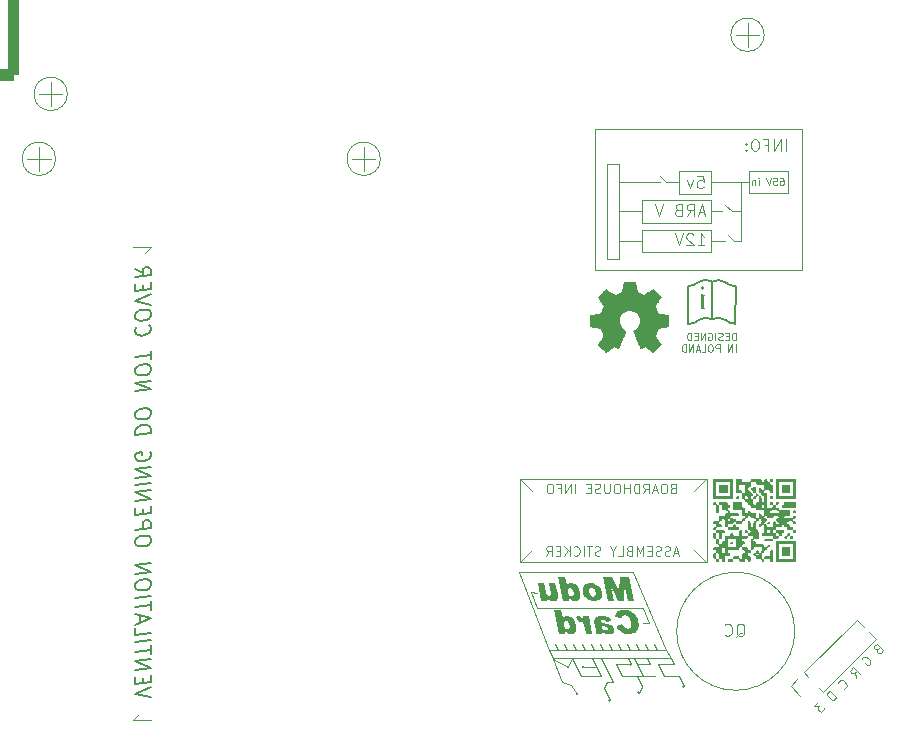
<source format=gbr>
%TF.GenerationSoftware,KiCad,Pcbnew,9.0.3*%
%TF.CreationDate,2025-10-01T00:39:15+02:00*%
%TF.ProjectId,PSU,5053552e-6b69-4636-9164-5f7063625858,0*%
%TF.SameCoordinates,Original*%
%TF.FileFunction,Legend,Bot*%
%TF.FilePolarity,Positive*%
%FSLAX46Y46*%
G04 Gerber Fmt 4.6, Leading zero omitted, Abs format (unit mm)*
G04 Created by KiCad (PCBNEW 9.0.3) date 2025-10-01 00:39:15*
%MOMM*%
%LPD*%
G01*
G04 APERTURE LIST*
G04 Aperture macros list*
%AMRoundRect*
0 Rectangle with rounded corners*
0 $1 Rounding radius*
0 $2 $3 $4 $5 $6 $7 $8 $9 X,Y pos of 4 corners*
0 Add a 4 corners polygon primitive as box body*
4,1,4,$2,$3,$4,$5,$6,$7,$8,$9,$2,$3,0*
0 Add four circle primitives for the rounded corners*
1,1,$1+$1,$2,$3*
1,1,$1+$1,$4,$5*
1,1,$1+$1,$6,$7*
1,1,$1+$1,$8,$9*
0 Add four rect primitives between the rounded corners*
20,1,$1+$1,$2,$3,$4,$5,0*
20,1,$1+$1,$4,$5,$6,$7,0*
20,1,$1+$1,$6,$7,$8,$9,0*
20,1,$1+$1,$8,$9,$2,$3,0*%
%AMRotRect*
0 Rectangle, with rotation*
0 The origin of the aperture is its center*
0 $1 length*
0 $2 width*
0 $3 Rotation angle, in degrees counterclockwise*
0 Add horizontal line*
21,1,$1,$2,0,0,$3*%
G04 Aperture macros list end*
%ADD10C,0.100000*%
%ADD11C,0.200000*%
%ADD12C,0.400000*%
%ADD13C,0.010000*%
%ADD14C,0.120000*%
%ADD15C,0.000000*%
%ADD16C,1.000000*%
%ADD17C,0.700000*%
%ADD18C,0.500000*%
%ADD19C,1.300000*%
%ADD20C,1.600000*%
%ADD21C,2.400000*%
%ADD22C,2.910000*%
%ADD23O,1.400000X2.000000*%
%ADD24O,2.500000X1.600000*%
%ADD25C,2.780000*%
%ADD26C,0.650000*%
%ADD27O,1.000000X2.100000*%
%ADD28O,1.000000X1.800000*%
%ADD29C,2.850000*%
%ADD30RoundRect,0.249999X0.525001X0.525001X-0.525001X0.525001X-0.525001X-0.525001X0.525001X-0.525001X0*%
%ADD31C,1.550000*%
%ADD32C,1.800000*%
%ADD33RoundRect,0.495000X1.155000X-4.255000X1.155000X4.255000X-1.155000X4.255000X-1.155000X-4.255000X0*%
%ADD34RoundRect,0.505697X1.179959X-4.794303X1.179959X4.794303X-1.179959X4.794303X-1.179959X-4.794303X0*%
%ADD35C,2.286000*%
%ADD36RotRect,1.000000X1.000000X315.000000*%
%ADD37C,1.000000*%
G04 APERTURE END LIST*
D10*
X71115917Y29202242D02*
X69845917Y29202242D01*
X71873869Y26809598D02*
G75*
G02*
X71686727Y26809598I-93571J0D01*
G01*
X71686727Y26809598D02*
G75*
G02*
X71873869Y26809598I93571J0D01*
G01*
X66162917Y29710242D02*
X65781917Y28948242D01*
X72100000Y65050000D02*
X70100000Y65050000D01*
X64511917Y29690143D02*
X65272637Y27700391D01*
X61666000Y37048000D02*
X64206000Y30444000D01*
X70861917Y29710242D02*
X71115917Y29202242D01*
X20000000Y72000000D02*
X22000000Y72000000D01*
X67813917Y29710242D02*
X68575917Y28186242D01*
X69100000Y71550000D02*
X70100000Y71550000D01*
X70100000Y63550000D01*
X69100000Y63550000D01*
X69100000Y71550000D01*
X70353917Y28186242D02*
X71623917Y28186242D01*
X85000000Y32000000D02*
G75*
G02*
X75000000Y32000000I-5000000J0D01*
G01*
X75000000Y32000000D02*
G75*
G02*
X85000000Y32000000I5000000J0D01*
G01*
X74744783Y29195132D02*
X73401917Y29202242D01*
X22414214Y72000000D02*
G75*
G02*
X19585786Y72000000I-1414214J0D01*
G01*
X19585786Y72000000D02*
G75*
G02*
X22414214Y72000000I1414214J0D01*
G01*
X21000000Y73000000D02*
X21000000Y71000000D01*
D11*
X76883596Y61587942D02*
G75*
G02*
X75980415Y61232359I-879996J910359D01*
G01*
D10*
X73910585Y28184833D02*
X75182379Y28186883D01*
X74100000Y70000000D02*
X73550000Y70550000D01*
X74479527Y29710118D02*
X74744783Y29195132D01*
X81000000Y83500000D02*
X81000000Y81500000D01*
X71209488Y29202242D02*
G75*
G02*
X71022346Y29202242I-93571J0D01*
G01*
X71022346Y29202242D02*
G75*
G02*
X71209488Y29202242I93571J0D01*
G01*
X68194917Y28948242D02*
X67078630Y28948242D01*
X64502628Y29708719D02*
X74479527Y29710118D01*
X75690379Y27331312D02*
G75*
G02*
X75503237Y27331312I-93571J0D01*
G01*
X75503237Y27331312D02*
G75*
G02*
X75690379Y27331312I93571J0D01*
G01*
X68575917Y29710242D02*
X69337917Y28186242D01*
X76500000Y43900000D02*
X77500000Y44900000D01*
X63253500Y34000000D02*
X71572000Y34000000D01*
X80000000Y82500000D02*
X82000000Y82500000D01*
X30500000Y24500000D02*
X29000000Y24500000D01*
X23414214Y77500000D02*
G75*
G02*
X20585786Y77500000I-1414214J0D01*
G01*
X20585786Y77500000D02*
G75*
G02*
X23414214Y77500000I1414214J0D01*
G01*
X81100000Y70050000D02*
X77900000Y70050000D01*
X69286000Y30444000D02*
X70556000Y30444000D01*
X73401917Y29202242D02*
X73910585Y28184833D01*
D11*
X76902997Y58378123D02*
G75*
G02*
X78006729Y58411246I578403J-867722D01*
G01*
D10*
X77900000Y67550000D02*
X78875000Y67550000D01*
X72038346Y27330671D02*
X71623917Y28186242D01*
D11*
X77991555Y58411973D02*
G75*
G02*
X79095255Y58378882I525345J-900572D01*
G01*
X77991555Y58411973D02*
X78008445Y61600000D01*
X76873074Y61587755D02*
G75*
G02*
X77976767Y61620812I578326J-867554D01*
G01*
D10*
X69540000Y30444000D02*
X69286000Y30952000D01*
D11*
X79972755Y58030974D02*
X79983381Y61214437D01*
D10*
X72100000Y67550000D02*
X70100000Y67550000D01*
X61739026Y44893061D02*
X77539025Y44893061D01*
X77539025Y37893061D01*
X61739026Y37893061D01*
X61739026Y44893061D01*
X21000000Y77500000D02*
X23000000Y77500000D01*
X72100000Y68500000D02*
X77900000Y68500000D01*
X77900000Y66600000D01*
X72100000Y66600000D01*
X72100000Y68500000D01*
X72588000Y30444000D02*
X72207000Y30444000D01*
X69083917Y27678242D02*
X68829917Y27170242D01*
X72628869Y32723950D02*
X72133778Y32726149D01*
X80475000Y65050000D02*
X79875000Y65050000D01*
X73350000Y30444000D02*
X73096000Y30952000D01*
X62739026Y43893061D02*
X61739026Y44893061D01*
X68016000Y30444000D02*
X67762000Y30952000D01*
X48500000Y73000000D02*
X48500000Y71000000D01*
X71826000Y30444000D02*
X71572000Y30952000D01*
X72131917Y28186242D02*
X73147917Y28186242D01*
X80475000Y65050000D02*
X80475000Y70050000D01*
X72588000Y30444000D02*
X73858000Y30444000D01*
X77900000Y65050000D02*
X79100000Y65050000D01*
D11*
X79983381Y61214437D02*
G75*
G02*
X79084756Y61573511I-10481J1277764D01*
G01*
D10*
X75596808Y27331312D02*
X75182379Y28186883D01*
X68575917Y28186242D02*
X66924917Y28186242D01*
X79650000Y67550000D02*
X79100000Y68050000D01*
D11*
X76914558Y58377235D02*
G75*
G02*
X75967862Y58022704I-880958J911166D01*
G01*
D10*
X79875000Y65050000D02*
X79325000Y65550000D01*
X72034298Y27317598D02*
X71780298Y26809598D01*
D11*
X78008445Y61600000D02*
G75*
G02*
X79084740Y61573489I516655J-885799D01*
G01*
D10*
X70100000Y70050000D02*
X73600000Y70050000D01*
X29000000Y24500000D02*
X29500000Y25000000D01*
X64968000Y30444000D02*
X64714000Y30952000D01*
X74112000Y30444000D02*
X74479527Y29710118D01*
X62670413Y35281587D02*
X63165504Y35279388D01*
X47500000Y72000000D02*
X49500000Y72000000D01*
X65730000Y30444000D02*
X65476000Y30952000D01*
X65272637Y27700391D02*
X66034637Y27446391D01*
X72100000Y66000000D02*
X77900000Y66000000D01*
X77900000Y64100000D01*
X72100000Y64100000D01*
X72100000Y66000000D01*
X64502628Y29708719D02*
X64206000Y30444000D01*
X62739585Y38893620D02*
X61739026Y37893061D01*
X67508000Y30444000D02*
X66238000Y30444000D01*
X72766917Y29202242D02*
X71623917Y29202242D01*
X71064000Y30444000D02*
X70810000Y30952000D01*
X65781917Y28948242D02*
X64511917Y29690143D01*
X82414214Y82500000D02*
G75*
G02*
X79585786Y82500000I-1414214J0D01*
G01*
X79585786Y82500000D02*
G75*
G02*
X82414214Y82500000I1414214J0D01*
G01*
X69032000Y30444000D02*
X67508000Y30444000D01*
X76500000Y38900000D02*
X77500000Y37900000D01*
X69431488Y26154242D02*
G75*
G02*
X69244346Y26154242I-93571J0D01*
G01*
X69244346Y26154242D02*
G75*
G02*
X69431488Y26154242I93571J0D01*
G01*
D11*
X75967863Y58022126D02*
X75980415Y61232352D01*
D10*
X66636208Y26684391D02*
G75*
G02*
X66449066Y26684391I-93571J0D01*
G01*
X66449066Y26684391D02*
G75*
G02*
X66636208Y26684391I93571J0D01*
G01*
X49914214Y72000000D02*
G75*
G02*
X47085786Y72000000I-1414214J0D01*
G01*
X47085786Y72000000D02*
G75*
G02*
X49914214Y72000000I1414214J0D01*
G01*
X72588000Y30444000D02*
X72334000Y30952000D01*
X75200000Y70950000D02*
X77900000Y70950000D01*
X77900000Y69050000D01*
X75200000Y69050000D01*
X75200000Y70950000D01*
X72512917Y29710242D02*
X72766917Y29202242D01*
X69845917Y29202242D02*
X70352123Y28184192D01*
X75200000Y70000000D02*
X74100000Y70000000D01*
X70302000Y30444000D02*
X70048000Y30952000D01*
X69337917Y28186242D02*
X69591917Y27678242D01*
X74112000Y30444000D02*
X71318000Y37048000D01*
X69286000Y30444000D02*
X69032000Y30444000D01*
X69591917Y27678242D02*
X69083917Y27678242D01*
X67172201Y28948242D02*
G75*
G02*
X66985059Y28948242I-93571J0D01*
G01*
X66985059Y28948242D02*
G75*
G02*
X67172201Y28948242I93571J0D01*
G01*
X30500000Y64500000D02*
X30000000Y64000000D01*
X68829917Y27170242D02*
X69337917Y26154242D01*
X80475000Y67550000D02*
X79650000Y67550000D01*
X68778000Y30444000D02*
X68524000Y30952000D01*
X29000000Y64500000D02*
X30500000Y64500000D01*
X66492000Y30444000D02*
X66238000Y30952000D01*
X67254000Y30444000D02*
X67000000Y30952000D01*
X71623917Y28186242D02*
X72131917Y28186242D01*
X71623917Y29202242D02*
X72130123Y28184192D01*
X66034637Y27446391D02*
X66542637Y26684391D01*
X68100000Y74550000D02*
X85600000Y74550000D01*
X85600000Y62550000D01*
X68100000Y62550000D01*
X68100000Y74550000D01*
X71318000Y37048000D02*
X61666000Y37048000D01*
X62670413Y35281587D02*
X63190000Y34000000D01*
X22000000Y78500000D02*
X22000000Y76500000D01*
X71369917Y29710242D02*
X71623917Y29202242D01*
X72628869Y32723950D02*
X72109282Y34005537D01*
X66162917Y29710242D02*
X66924917Y28186242D01*
X71572000Y34000000D02*
X72109282Y34005537D01*
X81100000Y71000000D02*
X84400000Y71000000D01*
X84400000Y69100000D01*
X81100000Y69100000D01*
X81100000Y71000000D01*
D11*
X79972755Y58030974D02*
G75*
G02*
X79090056Y58384580I-8055J1258427D01*
G01*
D10*
X64206000Y30444000D02*
X74112000Y30444000D01*
X76754421Y70551183D02*
X77230611Y70551183D01*
X77230611Y70551183D02*
X77278230Y70074993D01*
X77278230Y70074993D02*
X77230611Y70122612D01*
X77230611Y70122612D02*
X77135373Y70170231D01*
X77135373Y70170231D02*
X76897278Y70170231D01*
X76897278Y70170231D02*
X76802040Y70122612D01*
X76802040Y70122612D02*
X76754421Y70074993D01*
X76754421Y70074993D02*
X76706802Y69979755D01*
X76706802Y69979755D02*
X76706802Y69741660D01*
X76706802Y69741660D02*
X76754421Y69646422D01*
X76754421Y69646422D02*
X76802040Y69598802D01*
X76802040Y69598802D02*
X76897278Y69551183D01*
X76897278Y69551183D02*
X77135373Y69551183D01*
X77135373Y69551183D02*
X77230611Y69598802D01*
X77230611Y69598802D02*
X77278230Y69646422D01*
X76373468Y70217850D02*
X76135373Y69551183D01*
X76135373Y69551183D02*
X75897278Y70217850D01*
X80029449Y31532343D02*
X80124687Y31579962D01*
X80124687Y31579962D02*
X80219925Y31675200D01*
X80219925Y31675200D02*
X80362782Y31818058D01*
X80362782Y31818058D02*
X80458020Y31865677D01*
X80458020Y31865677D02*
X80553258Y31865677D01*
X80505639Y31627581D02*
X80600877Y31675200D01*
X80600877Y31675200D02*
X80696115Y31770439D01*
X80696115Y31770439D02*
X80743734Y31960915D01*
X80743734Y31960915D02*
X80743734Y32294248D01*
X80743734Y32294248D02*
X80696115Y32484724D01*
X80696115Y32484724D02*
X80600877Y32579962D01*
X80600877Y32579962D02*
X80505639Y32627581D01*
X80505639Y32627581D02*
X80315163Y32627581D01*
X80315163Y32627581D02*
X80219925Y32579962D01*
X80219925Y32579962D02*
X80124687Y32484724D01*
X80124687Y32484724D02*
X80077068Y32294248D01*
X80077068Y32294248D02*
X80077068Y31960915D01*
X80077068Y31960915D02*
X80124687Y31770439D01*
X80124687Y31770439D02*
X80219925Y31675200D01*
X80219925Y31675200D02*
X80315163Y31627581D01*
X80315163Y31627581D02*
X80505639Y31627581D01*
X79077068Y31722820D02*
X79124687Y31675200D01*
X79124687Y31675200D02*
X79267544Y31627581D01*
X79267544Y31627581D02*
X79362782Y31627581D01*
X79362782Y31627581D02*
X79505639Y31675200D01*
X79505639Y31675200D02*
X79600877Y31770439D01*
X79600877Y31770439D02*
X79648496Y31865677D01*
X79648496Y31865677D02*
X79696115Y32056153D01*
X79696115Y32056153D02*
X79696115Y32199010D01*
X79696115Y32199010D02*
X79648496Y32389486D01*
X79648496Y32389486D02*
X79600877Y32484724D01*
X79600877Y32484724D02*
X79505639Y32579962D01*
X79505639Y32579962D02*
X79362782Y32627581D01*
X79362782Y32627581D02*
X79267544Y32627581D01*
X79267544Y32627581D02*
X79124687Y32579962D01*
X79124687Y32579962D02*
X79077068Y32532343D01*
X92011013Y30499449D02*
X91957139Y30391700D01*
X91957139Y30391700D02*
X91957139Y30337825D01*
X91957139Y30337825D02*
X91984076Y30257013D01*
X91984076Y30257013D02*
X92064888Y30176201D01*
X92064888Y30176201D02*
X92145700Y30149263D01*
X92145700Y30149263D02*
X92199575Y30149263D01*
X92199575Y30149263D02*
X92280387Y30176201D01*
X92280387Y30176201D02*
X92495887Y30391700D01*
X92495887Y30391700D02*
X91930201Y30957385D01*
X91930201Y30957385D02*
X91741639Y30768823D01*
X91741639Y30768823D02*
X91714702Y30688011D01*
X91714702Y30688011D02*
X91714702Y30634136D01*
X91714702Y30634136D02*
X91741639Y30553324D01*
X91741639Y30553324D02*
X91795514Y30499449D01*
X91795514Y30499449D02*
X91876326Y30472512D01*
X91876326Y30472512D02*
X91930201Y30472512D01*
X91930201Y30472512D02*
X92011013Y30499449D01*
X92011013Y30499449D02*
X92199575Y30688011D01*
X90664143Y29637452D02*
X90691081Y29718265D01*
X90691081Y29718265D02*
X90771893Y29799077D01*
X90771893Y29799077D02*
X90879642Y29852952D01*
X90879642Y29852952D02*
X90987392Y29852952D01*
X90987392Y29852952D02*
X91068204Y29826014D01*
X91068204Y29826014D02*
X91202891Y29745202D01*
X91202891Y29745202D02*
X91283703Y29664390D01*
X91283703Y29664390D02*
X91364516Y29529703D01*
X91364516Y29529703D02*
X91391453Y29448891D01*
X91391453Y29448891D02*
X91391453Y29341141D01*
X91391453Y29341141D02*
X91337578Y29233391D01*
X91337578Y29233391D02*
X91283703Y29179517D01*
X91283703Y29179517D02*
X91175954Y29125642D01*
X91175954Y29125642D02*
X91122079Y29125642D01*
X91122079Y29125642D02*
X90933517Y29314204D01*
X90933517Y29314204D02*
X91041267Y29421953D01*
X90179270Y28075083D02*
X90098458Y28533019D01*
X90502519Y28398332D02*
X89936833Y28964017D01*
X89936833Y28964017D02*
X89721334Y28748518D01*
X89721334Y28748518D02*
X89694397Y28667706D01*
X89694397Y28667706D02*
X89694397Y28613831D01*
X89694397Y28613831D02*
X89721334Y28533019D01*
X89721334Y28533019D02*
X89802146Y28452207D01*
X89802146Y28452207D02*
X89882958Y28425269D01*
X89882958Y28425269D02*
X89936833Y28425269D01*
X89936833Y28425269D02*
X90017645Y28452207D01*
X90017645Y28452207D02*
X90233145Y28667706D01*
X89128711Y27132274D02*
X89182586Y27132274D01*
X89182586Y27132274D02*
X89290335Y27186149D01*
X89290335Y27186149D02*
X89344210Y27240023D01*
X89344210Y27240023D02*
X89398085Y27347773D01*
X89398085Y27347773D02*
X89398085Y27455523D01*
X89398085Y27455523D02*
X89371148Y27536335D01*
X89371148Y27536335D02*
X89290335Y27671022D01*
X89290335Y27671022D02*
X89209523Y27751834D01*
X89209523Y27751834D02*
X89074836Y27832646D01*
X89074836Y27832646D02*
X88994024Y27859584D01*
X88994024Y27859584D02*
X88886274Y27859584D01*
X88886274Y27859584D02*
X88778525Y27805709D01*
X88778525Y27805709D02*
X88724650Y27751834D01*
X88724650Y27751834D02*
X88670775Y27644084D01*
X88670775Y27644084D02*
X88670775Y27590210D01*
X88509151Y26404964D02*
X87943465Y26970649D01*
X87943465Y26970649D02*
X87808778Y26835962D01*
X87808778Y26835962D02*
X87754903Y26728213D01*
X87754903Y26728213D02*
X87754903Y26620463D01*
X87754903Y26620463D02*
X87781841Y26539651D01*
X87781841Y26539651D02*
X87862653Y26404964D01*
X87862653Y26404964D02*
X87943465Y26324152D01*
X87943465Y26324152D02*
X88078152Y26243339D01*
X88078152Y26243339D02*
X88158964Y26216402D01*
X88158964Y26216402D02*
X88266714Y26216402D01*
X88266714Y26216402D02*
X88374464Y26270277D01*
X88374464Y26270277D02*
X88509151Y26404964D01*
X87000656Y26027840D02*
X86650470Y25677654D01*
X86650470Y25677654D02*
X87054531Y25650716D01*
X87054531Y25650716D02*
X86973719Y25569904D01*
X86973719Y25569904D02*
X86946781Y25489092D01*
X86946781Y25489092D02*
X86946781Y25435217D01*
X86946781Y25435217D02*
X86973719Y25354405D01*
X86973719Y25354405D02*
X87108406Y25219718D01*
X87108406Y25219718D02*
X87189218Y25192781D01*
X87189218Y25192781D02*
X87243093Y25192781D01*
X87243093Y25192781D02*
X87323905Y25219718D01*
X87323905Y25219718D02*
X87485529Y25381342D01*
X87485529Y25381342D02*
X87512467Y25462155D01*
X87512467Y25462155D02*
X87512467Y25516029D01*
D11*
G36*
X70404616Y32620656D02*
G01*
X69908314Y32456159D01*
X69982754Y32309179D01*
X70065309Y32183318D01*
X70155732Y32076361D01*
X70258815Y31982305D01*
X70369554Y31905966D01*
X70488757Y31846285D01*
X70615417Y31804734D01*
X70764103Y31778183D01*
X70938531Y31768737D01*
X71150788Y31780981D01*
X71315101Y31813961D01*
X71440816Y31863259D01*
X71524063Y31917218D01*
X71598269Y31988899D01*
X71664056Y32080641D01*
X71721207Y32195796D01*
X71757077Y32313655D01*
X71774371Y32451711D01*
X71770456Y32614029D01*
X71741479Y32805182D01*
X71688885Y33003172D01*
X71620251Y33175480D01*
X71536578Y33325153D01*
X71438181Y33454721D01*
X71324678Y33566121D01*
X71195261Y33660310D01*
X71053741Y33733928D01*
X70898453Y33787493D01*
X70727281Y33820635D01*
X70537728Y33832101D01*
X70348931Y33820621D01*
X70198800Y33789272D01*
X70080259Y33741613D01*
X69987449Y33679571D01*
X69909833Y33597812D01*
X69847280Y33495279D01*
X69800077Y33368084D01*
X69770073Y33211114D01*
X70329877Y33089603D01*
X70343514Y33174484D01*
X70360896Y33223448D01*
X70404521Y33286635D01*
X70462379Y33332746D01*
X70532528Y33360974D01*
X70618939Y33370970D01*
X70717688Y33360484D01*
X70807635Y33329601D01*
X70891028Y33277667D01*
X70969305Y33202077D01*
X71030744Y33112530D01*
X71086409Y32984874D01*
X71134047Y32808601D01*
X71162469Y32630420D01*
X71166844Y32502750D01*
X71154289Y32413673D01*
X71129895Y32353088D01*
X71087971Y32300464D01*
X71033924Y32262585D01*
X70965153Y32238568D01*
X70877470Y32229868D01*
X70765566Y32241704D01*
X70672472Y32275292D01*
X70594148Y32329885D01*
X70527983Y32401927D01*
X70464666Y32497335D01*
X70404616Y32620656D01*
G37*
G36*
X68870648Y33279048D02*
G01*
X69008768Y33261794D01*
X69136990Y33232244D01*
X69228098Y33196459D01*
X69335601Y33130888D01*
X69416531Y33058095D01*
X69482220Y32968480D01*
X69546835Y32839498D01*
X69038321Y32784788D01*
X68981526Y32867684D01*
X68927435Y32913015D01*
X68842947Y32944553D01*
X68717997Y32956735D01*
X68649584Y32950794D01*
X68606614Y32935970D01*
X68581099Y32914969D01*
X68566506Y32885134D01*
X68561304Y32838991D01*
X68569863Y32769156D01*
X68776127Y32702966D01*
X69191339Y32614917D01*
X69366156Y32569603D01*
X69489904Y32516013D01*
X69574312Y32456647D01*
X69642699Y32379734D01*
X69692967Y32289991D01*
X69725621Y32185049D01*
X69734989Y32097551D01*
X69725908Y32020698D01*
X69699696Y31951792D01*
X69655645Y31888783D01*
X69598768Y31839911D01*
X69523140Y31802569D01*
X69423980Y31777875D01*
X69295143Y31768737D01*
X69168865Y31775785D01*
X69053303Y31796247D01*
X68947096Y31829432D01*
X68833387Y31887096D01*
X68703098Y31981107D01*
X68703953Y31887073D01*
X68681971Y31800000D01*
X68171381Y31800000D01*
X68190260Y31886798D01*
X68196050Y31948378D01*
X68191941Y32011641D01*
X68175411Y32109090D01*
X68096657Y32487788D01*
X68628360Y32487788D01*
X68646556Y32400349D01*
X68675235Y32304585D01*
X68713845Y32234020D01*
X68768384Y32176517D01*
X68847323Y32125698D01*
X68936450Y32092245D01*
X69025621Y32081368D01*
X69103592Y32092944D01*
X69148719Y32122401D01*
X69172270Y32168010D01*
X69171556Y32228036D01*
X69149928Y32280262D01*
X69105122Y32329031D01*
X69035335Y32366924D01*
X68877121Y32416469D01*
X68628360Y32487788D01*
X68096657Y32487788D01*
X68042055Y32750349D01*
X68030204Y32854366D01*
X68037292Y32965649D01*
X68065429Y33069134D01*
X68110687Y33140039D01*
X68169235Y33191219D01*
X68242504Y33230312D01*
X68333558Y33256909D01*
X68488778Y33277007D01*
X68720561Y33284997D01*
X68870648Y33279048D01*
G37*
G36*
X67565293Y33253734D02*
G01*
X67056168Y33253734D01*
X67105628Y33016208D01*
X66996862Y33153274D01*
X66909989Y33227234D01*
X66814466Y33270304D01*
X66704825Y33284997D01*
X66626464Y33277188D01*
X66544446Y33252901D01*
X66457285Y33210014D01*
X66708000Y32813975D01*
X66792872Y32846275D01*
X66851737Y32855130D01*
X66918944Y32845318D01*
X66979711Y32815958D01*
X67036263Y32764638D01*
X67097230Y32672091D01*
X67159103Y32520467D01*
X67219445Y32287876D01*
X67320928Y31800000D01*
X67867543Y31800000D01*
X67565293Y33253734D01*
G37*
G36*
X65344515Y33110608D02*
G01*
X65414842Y33187120D01*
X65500952Y33241400D01*
X65600822Y33273544D01*
X65722480Y33284997D01*
X65848713Y33273215D01*
X65967750Y33238192D01*
X66081676Y33179163D01*
X66192037Y33093755D01*
X66284135Y32992699D01*
X66362470Y32869464D01*
X66426767Y32720628D01*
X66475725Y32541888D01*
X66499104Y32377750D01*
X66498718Y32233892D01*
X66477384Y32106971D01*
X66436646Y31994051D01*
X66387164Y31913396D01*
X66324949Y31851892D01*
X66248628Y31807169D01*
X66155225Y31778877D01*
X66040484Y31768737D01*
X65945662Y31775703D01*
X65854356Y31796465D01*
X65765589Y31831264D01*
X65666868Y31894266D01*
X65532215Y32014934D01*
X65576912Y31800000D01*
X65067787Y31800000D01*
X64891995Y32645620D01*
X65446898Y32645620D01*
X65461018Y32531141D01*
X65495740Y32408102D01*
X65538358Y32319872D01*
X65587170Y32258689D01*
X65648793Y32211170D01*
X65711852Y32184086D01*
X65778168Y32175158D01*
X65838524Y32184599D01*
X65886324Y32211668D01*
X65924713Y32257956D01*
X65946160Y32315606D01*
X65952221Y32399235D01*
X65936559Y32518807D01*
X65902077Y32643453D01*
X65861353Y32730925D01*
X65816147Y32789917D01*
X65758440Y32836190D01*
X65700406Y32862249D01*
X65640293Y32870761D01*
X65572793Y32860931D01*
X65520213Y32833123D01*
X65478848Y32786497D01*
X65454741Y32727809D01*
X65446898Y32645620D01*
X64891995Y32645620D01*
X64651842Y33800838D01*
X65201022Y33800838D01*
X65344515Y33110608D01*
G37*
D10*
X77343734Y67463296D02*
X76867544Y67463296D01*
X77438972Y67177581D02*
X77105639Y68177581D01*
X77105639Y68177581D02*
X76772306Y67177581D01*
X75867544Y67177581D02*
X76200877Y67653772D01*
X76438972Y67177581D02*
X76438972Y68177581D01*
X76438972Y68177581D02*
X76058020Y68177581D01*
X76058020Y68177581D02*
X75962782Y68129962D01*
X75962782Y68129962D02*
X75915163Y68082343D01*
X75915163Y68082343D02*
X75867544Y67987105D01*
X75867544Y67987105D02*
X75867544Y67844248D01*
X75867544Y67844248D02*
X75915163Y67749010D01*
X75915163Y67749010D02*
X75962782Y67701391D01*
X75962782Y67701391D02*
X76058020Y67653772D01*
X76058020Y67653772D02*
X76438972Y67653772D01*
X75105639Y67701391D02*
X74962782Y67653772D01*
X74962782Y67653772D02*
X74915163Y67606153D01*
X74915163Y67606153D02*
X74867544Y67510915D01*
X74867544Y67510915D02*
X74867544Y67368058D01*
X74867544Y67368058D02*
X74915163Y67272820D01*
X74915163Y67272820D02*
X74962782Y67225200D01*
X74962782Y67225200D02*
X75058020Y67177581D01*
X75058020Y67177581D02*
X75438972Y67177581D01*
X75438972Y67177581D02*
X75438972Y68177581D01*
X75438972Y68177581D02*
X75105639Y68177581D01*
X75105639Y68177581D02*
X75010401Y68129962D01*
X75010401Y68129962D02*
X74962782Y68082343D01*
X74962782Y68082343D02*
X74915163Y67987105D01*
X74915163Y67987105D02*
X74915163Y67891867D01*
X74915163Y67891867D02*
X74962782Y67796629D01*
X74962782Y67796629D02*
X75010401Y67749010D01*
X75010401Y67749010D02*
X75105639Y67701391D01*
X75105639Y67701391D02*
X75438972Y67701391D01*
X73819924Y68177581D02*
X73486591Y67177581D01*
X73486591Y67177581D02*
X73153258Y68177581D01*
X84296115Y72677581D02*
X84296115Y73677581D01*
X83819925Y72677581D02*
X83819925Y73677581D01*
X83819925Y73677581D02*
X83248497Y72677581D01*
X83248497Y72677581D02*
X83248497Y73677581D01*
X82438973Y73201391D02*
X82772306Y73201391D01*
X82772306Y72677581D02*
X82772306Y73677581D01*
X82772306Y73677581D02*
X82296116Y73677581D01*
X81724687Y73677581D02*
X81534211Y73677581D01*
X81534211Y73677581D02*
X81438973Y73629962D01*
X81438973Y73629962D02*
X81343735Y73534724D01*
X81343735Y73534724D02*
X81296116Y73344248D01*
X81296116Y73344248D02*
X81296116Y73010915D01*
X81296116Y73010915D02*
X81343735Y72820439D01*
X81343735Y72820439D02*
X81438973Y72725200D01*
X81438973Y72725200D02*
X81534211Y72677581D01*
X81534211Y72677581D02*
X81724687Y72677581D01*
X81724687Y72677581D02*
X81819925Y72725200D01*
X81819925Y72725200D02*
X81915163Y72820439D01*
X81915163Y72820439D02*
X81962782Y73010915D01*
X81962782Y73010915D02*
X81962782Y73344248D01*
X81962782Y73344248D02*
X81915163Y73534724D01*
X81915163Y73534724D02*
X81819925Y73629962D01*
X81819925Y73629962D02*
X81724687Y73677581D01*
X80867544Y72772820D02*
X80819925Y72725200D01*
X80819925Y72725200D02*
X80867544Y72677581D01*
X80867544Y72677581D02*
X80915163Y72725200D01*
X80915163Y72725200D02*
X80867544Y72772820D01*
X80867544Y72772820D02*
X80867544Y72677581D01*
X80867544Y73296629D02*
X80819925Y73249010D01*
X80819925Y73249010D02*
X80867544Y73201391D01*
X80867544Y73201391D02*
X80915163Y73249010D01*
X80915163Y73249010D02*
X80867544Y73296629D01*
X80867544Y73296629D02*
X80867544Y73201391D01*
X75120855Y38624738D02*
X74739902Y38624738D01*
X75197045Y38396166D02*
X74930378Y39196166D01*
X74930378Y39196166D02*
X74663712Y38396166D01*
X74435141Y38434261D02*
X74320855Y38396166D01*
X74320855Y38396166D02*
X74130379Y38396166D01*
X74130379Y38396166D02*
X74054188Y38434261D01*
X74054188Y38434261D02*
X74016093Y38472357D01*
X74016093Y38472357D02*
X73977998Y38548547D01*
X73977998Y38548547D02*
X73977998Y38624738D01*
X73977998Y38624738D02*
X74016093Y38700928D01*
X74016093Y38700928D02*
X74054188Y38739023D01*
X74054188Y38739023D02*
X74130379Y38777119D01*
X74130379Y38777119D02*
X74282760Y38815214D01*
X74282760Y38815214D02*
X74358950Y38853309D01*
X74358950Y38853309D02*
X74397045Y38891404D01*
X74397045Y38891404D02*
X74435141Y38967595D01*
X74435141Y38967595D02*
X74435141Y39043785D01*
X74435141Y39043785D02*
X74397045Y39119976D01*
X74397045Y39119976D02*
X74358950Y39158071D01*
X74358950Y39158071D02*
X74282760Y39196166D01*
X74282760Y39196166D02*
X74092283Y39196166D01*
X74092283Y39196166D02*
X73977998Y39158071D01*
X73673236Y38434261D02*
X73558950Y38396166D01*
X73558950Y38396166D02*
X73368474Y38396166D01*
X73368474Y38396166D02*
X73292283Y38434261D01*
X73292283Y38434261D02*
X73254188Y38472357D01*
X73254188Y38472357D02*
X73216093Y38548547D01*
X73216093Y38548547D02*
X73216093Y38624738D01*
X73216093Y38624738D02*
X73254188Y38700928D01*
X73254188Y38700928D02*
X73292283Y38739023D01*
X73292283Y38739023D02*
X73368474Y38777119D01*
X73368474Y38777119D02*
X73520855Y38815214D01*
X73520855Y38815214D02*
X73597045Y38853309D01*
X73597045Y38853309D02*
X73635140Y38891404D01*
X73635140Y38891404D02*
X73673236Y38967595D01*
X73673236Y38967595D02*
X73673236Y39043785D01*
X73673236Y39043785D02*
X73635140Y39119976D01*
X73635140Y39119976D02*
X73597045Y39158071D01*
X73597045Y39158071D02*
X73520855Y39196166D01*
X73520855Y39196166D02*
X73330378Y39196166D01*
X73330378Y39196166D02*
X73216093Y39158071D01*
X72873235Y38815214D02*
X72606569Y38815214D01*
X72492283Y38396166D02*
X72873235Y38396166D01*
X72873235Y38396166D02*
X72873235Y39196166D01*
X72873235Y39196166D02*
X72492283Y39196166D01*
X72149425Y38396166D02*
X72149425Y39196166D01*
X72149425Y39196166D02*
X71882759Y38624738D01*
X71882759Y38624738D02*
X71616092Y39196166D01*
X71616092Y39196166D02*
X71616092Y38396166D01*
X70968473Y38815214D02*
X70854187Y38777119D01*
X70854187Y38777119D02*
X70816092Y38739023D01*
X70816092Y38739023D02*
X70777996Y38662833D01*
X70777996Y38662833D02*
X70777996Y38548547D01*
X70777996Y38548547D02*
X70816092Y38472357D01*
X70816092Y38472357D02*
X70854187Y38434261D01*
X70854187Y38434261D02*
X70930377Y38396166D01*
X70930377Y38396166D02*
X71235139Y38396166D01*
X71235139Y38396166D02*
X71235139Y39196166D01*
X71235139Y39196166D02*
X70968473Y39196166D01*
X70968473Y39196166D02*
X70892282Y39158071D01*
X70892282Y39158071D02*
X70854187Y39119976D01*
X70854187Y39119976D02*
X70816092Y39043785D01*
X70816092Y39043785D02*
X70816092Y38967595D01*
X70816092Y38967595D02*
X70854187Y38891404D01*
X70854187Y38891404D02*
X70892282Y38853309D01*
X70892282Y38853309D02*
X70968473Y38815214D01*
X70968473Y38815214D02*
X71235139Y38815214D01*
X70054187Y38396166D02*
X70435139Y38396166D01*
X70435139Y38396166D02*
X70435139Y39196166D01*
X69635139Y38777119D02*
X69635139Y38396166D01*
X69901806Y39196166D02*
X69635139Y38777119D01*
X69635139Y38777119D02*
X69368473Y39196166D01*
X68530378Y38434261D02*
X68416092Y38396166D01*
X68416092Y38396166D02*
X68225616Y38396166D01*
X68225616Y38396166D02*
X68149425Y38434261D01*
X68149425Y38434261D02*
X68111330Y38472357D01*
X68111330Y38472357D02*
X68073235Y38548547D01*
X68073235Y38548547D02*
X68073235Y38624738D01*
X68073235Y38624738D02*
X68111330Y38700928D01*
X68111330Y38700928D02*
X68149425Y38739023D01*
X68149425Y38739023D02*
X68225616Y38777119D01*
X68225616Y38777119D02*
X68377997Y38815214D01*
X68377997Y38815214D02*
X68454187Y38853309D01*
X68454187Y38853309D02*
X68492282Y38891404D01*
X68492282Y38891404D02*
X68530378Y38967595D01*
X68530378Y38967595D02*
X68530378Y39043785D01*
X68530378Y39043785D02*
X68492282Y39119976D01*
X68492282Y39119976D02*
X68454187Y39158071D01*
X68454187Y39158071D02*
X68377997Y39196166D01*
X68377997Y39196166D02*
X68187520Y39196166D01*
X68187520Y39196166D02*
X68073235Y39158071D01*
X67844663Y39196166D02*
X67387520Y39196166D01*
X67616092Y38396166D02*
X67616092Y39196166D01*
X67120853Y38396166D02*
X67120853Y39196166D01*
X66282758Y38472357D02*
X66320854Y38434261D01*
X66320854Y38434261D02*
X66435139Y38396166D01*
X66435139Y38396166D02*
X66511330Y38396166D01*
X66511330Y38396166D02*
X66625616Y38434261D01*
X66625616Y38434261D02*
X66701806Y38510452D01*
X66701806Y38510452D02*
X66739901Y38586642D01*
X66739901Y38586642D02*
X66777997Y38739023D01*
X66777997Y38739023D02*
X66777997Y38853309D01*
X66777997Y38853309D02*
X66739901Y39005690D01*
X66739901Y39005690D02*
X66701806Y39081881D01*
X66701806Y39081881D02*
X66625616Y39158071D01*
X66625616Y39158071D02*
X66511330Y39196166D01*
X66511330Y39196166D02*
X66435139Y39196166D01*
X66435139Y39196166D02*
X66320854Y39158071D01*
X66320854Y39158071D02*
X66282758Y39119976D01*
X65939901Y38396166D02*
X65939901Y39196166D01*
X65482758Y38396166D02*
X65825616Y38853309D01*
X65482758Y39196166D02*
X65939901Y38739023D01*
X65139901Y38815214D02*
X64873235Y38815214D01*
X64758949Y38396166D02*
X65139901Y38396166D01*
X65139901Y38396166D02*
X65139901Y39196166D01*
X65139901Y39196166D02*
X64758949Y39196166D01*
X63958948Y38396166D02*
X64225615Y38777119D01*
X64416091Y38396166D02*
X64416091Y39196166D01*
X64416091Y39196166D02*
X64111329Y39196166D01*
X64111329Y39196166D02*
X64035139Y39158071D01*
X64035139Y39158071D02*
X63997044Y39119976D01*
X63997044Y39119976D02*
X63958948Y39043785D01*
X63958948Y39043785D02*
X63958948Y38929500D01*
X63958948Y38929500D02*
X63997044Y38853309D01*
X63997044Y38853309D02*
X64035139Y38815214D01*
X64035139Y38815214D02*
X64111329Y38777119D01*
X64111329Y38777119D02*
X64416091Y38777119D01*
X83787271Y70391566D02*
X83901556Y70391566D01*
X83901556Y70391566D02*
X83958699Y70362995D01*
X83958699Y70362995D02*
X83987271Y70334423D01*
X83987271Y70334423D02*
X84044413Y70248709D01*
X84044413Y70248709D02*
X84072985Y70134423D01*
X84072985Y70134423D02*
X84072985Y69905852D01*
X84072985Y69905852D02*
X84044413Y69848709D01*
X84044413Y69848709D02*
X84015842Y69820137D01*
X84015842Y69820137D02*
X83958699Y69791566D01*
X83958699Y69791566D02*
X83844413Y69791566D01*
X83844413Y69791566D02*
X83787271Y69820137D01*
X83787271Y69820137D02*
X83758699Y69848709D01*
X83758699Y69848709D02*
X83730128Y69905852D01*
X83730128Y69905852D02*
X83730128Y70048709D01*
X83730128Y70048709D02*
X83758699Y70105852D01*
X83758699Y70105852D02*
X83787271Y70134423D01*
X83787271Y70134423D02*
X83844413Y70162995D01*
X83844413Y70162995D02*
X83958699Y70162995D01*
X83958699Y70162995D02*
X84015842Y70134423D01*
X84015842Y70134423D02*
X84044413Y70105852D01*
X84044413Y70105852D02*
X84072985Y70048709D01*
X83187270Y70391566D02*
X83472984Y70391566D01*
X83472984Y70391566D02*
X83501556Y70105852D01*
X83501556Y70105852D02*
X83472984Y70134423D01*
X83472984Y70134423D02*
X83415842Y70162995D01*
X83415842Y70162995D02*
X83272984Y70162995D01*
X83272984Y70162995D02*
X83215842Y70134423D01*
X83215842Y70134423D02*
X83187270Y70105852D01*
X83187270Y70105852D02*
X83158699Y70048709D01*
X83158699Y70048709D02*
X83158699Y69905852D01*
X83158699Y69905852D02*
X83187270Y69848709D01*
X83187270Y69848709D02*
X83215842Y69820137D01*
X83215842Y69820137D02*
X83272984Y69791566D01*
X83272984Y69791566D02*
X83415842Y69791566D01*
X83415842Y69791566D02*
X83472984Y69820137D01*
X83472984Y69820137D02*
X83501556Y69848709D01*
X82987270Y70391566D02*
X82787270Y69791566D01*
X82787270Y69791566D02*
X82587270Y70391566D01*
X81930126Y69791566D02*
X81930126Y70191566D01*
X81930126Y70391566D02*
X81958698Y70362995D01*
X81958698Y70362995D02*
X81930126Y70334423D01*
X81930126Y70334423D02*
X81901555Y70362995D01*
X81901555Y70362995D02*
X81930126Y70391566D01*
X81930126Y70391566D02*
X81930126Y70334423D01*
X81644412Y70191566D02*
X81644412Y69791566D01*
X81644412Y70134423D02*
X81615841Y70162995D01*
X81615841Y70162995D02*
X81558698Y70191566D01*
X81558698Y70191566D02*
X81472984Y70191566D01*
X81472984Y70191566D02*
X81415841Y70162995D01*
X81415841Y70162995D02*
X81387270Y70105852D01*
X81387270Y70105852D02*
X81387270Y69791566D01*
X76772306Y64677581D02*
X77343734Y64677581D01*
X77058020Y64677581D02*
X77058020Y65677581D01*
X77058020Y65677581D02*
X77153258Y65534724D01*
X77153258Y65534724D02*
X77248496Y65439486D01*
X77248496Y65439486D02*
X77343734Y65391867D01*
X76391353Y65582343D02*
X76343734Y65629962D01*
X76343734Y65629962D02*
X76248496Y65677581D01*
X76248496Y65677581D02*
X76010401Y65677581D01*
X76010401Y65677581D02*
X75915163Y65629962D01*
X75915163Y65629962D02*
X75867544Y65582343D01*
X75867544Y65582343D02*
X75819925Y65487105D01*
X75819925Y65487105D02*
X75819925Y65391867D01*
X75819925Y65391867D02*
X75867544Y65249010D01*
X75867544Y65249010D02*
X76438972Y64677581D01*
X76438972Y64677581D02*
X75819925Y64677581D01*
X75534210Y65677581D02*
X75200877Y64677581D01*
X75200877Y64677581D02*
X74867544Y65677581D01*
D11*
G36*
X70962247Y36594838D02*
G01*
X70165771Y36594838D01*
X70111427Y35378264D01*
X69552478Y36594838D01*
X68758688Y36594838D01*
X69174634Y34594000D01*
X69668981Y34594000D01*
X69351466Y36121495D01*
X70052565Y34594000D01*
X70500262Y34594000D01*
X70564864Y36121495D01*
X70882380Y34594000D01*
X71378193Y34594000D01*
X70962247Y36594838D01*
G37*
G36*
X67896670Y36064883D02*
G01*
X68062102Y36023958D01*
X68212259Y35957160D01*
X68349581Y35863819D01*
X68470148Y35748022D01*
X68564771Y35619396D01*
X68635373Y35476415D01*
X68682484Y35316715D01*
X68700965Y35172171D01*
X68694624Y35045464D01*
X68666029Y34933076D01*
X68615890Y34832068D01*
X68543022Y34740302D01*
X68451034Y34666135D01*
X68337597Y34610944D01*
X68198127Y34575513D01*
X68026692Y34562737D01*
X67837042Y34576947D01*
X67668505Y34617903D01*
X67517615Y34684296D01*
X67381647Y34776450D01*
X67262274Y34891534D01*
X67168237Y35020111D01*
X67097761Y35163787D01*
X67050454Y35325019D01*
X67033970Y35454592D01*
X67580372Y35454592D01*
X67596459Y35327095D01*
X67633981Y35194091D01*
X67680338Y35097847D01*
X67733723Y35030340D01*
X67801209Y34977923D01*
X67871309Y34947866D01*
X67946092Y34937894D01*
X68018359Y34948741D01*
X68074942Y34979577D01*
X68119749Y35031684D01*
X68145253Y35097062D01*
X68153003Y35190203D01*
X68136235Y35321600D01*
X68100377Y35446752D01*
X68054119Y35540563D01*
X67998971Y35609318D01*
X67929793Y35663001D01*
X67858437Y35693690D01*
X67782816Y35703840D01*
X67713123Y35693164D01*
X67657954Y35662629D01*
X67613678Y35610661D01*
X67588240Y35545840D01*
X67580372Y35454592D01*
X67033970Y35454592D01*
X67031334Y35475313D01*
X67038251Y35606539D01*
X67068444Y35722492D01*
X67121162Y35826328D01*
X67193090Y35912909D01*
X67284189Y35981678D01*
X67397736Y36033404D01*
X67538585Y36066873D01*
X67712840Y36078997D01*
X67896670Y36064883D01*
G37*
G36*
X65682572Y35904608D02*
G01*
X65752899Y35981120D01*
X65839009Y36035400D01*
X65938880Y36067544D01*
X66060538Y36078997D01*
X66186770Y36067215D01*
X66305807Y36032192D01*
X66419733Y35973163D01*
X66530094Y35887755D01*
X66622192Y35786699D01*
X66700527Y35663464D01*
X66764824Y35514628D01*
X66813782Y35335888D01*
X66837161Y35171750D01*
X66836775Y35027892D01*
X66815441Y34900971D01*
X66774704Y34788051D01*
X66725221Y34707396D01*
X66663007Y34645892D01*
X66586685Y34601169D01*
X66493282Y34572877D01*
X66378542Y34562737D01*
X66283719Y34569703D01*
X66192413Y34590465D01*
X66103646Y34625264D01*
X66004925Y34688266D01*
X65870272Y34808934D01*
X65914969Y34594000D01*
X65405845Y34594000D01*
X65230053Y35439620D01*
X65784955Y35439620D01*
X65799076Y35325141D01*
X65833797Y35202102D01*
X65876415Y35113872D01*
X65925227Y35052689D01*
X65986850Y35005170D01*
X66049909Y34978086D01*
X66116225Y34969158D01*
X66176581Y34978599D01*
X66224381Y35005668D01*
X66262771Y35051956D01*
X66284217Y35109606D01*
X66290278Y35193235D01*
X66274616Y35312807D01*
X66240134Y35437453D01*
X66199410Y35524925D01*
X66154205Y35583917D01*
X66096498Y35630190D01*
X66038463Y35656249D01*
X65978350Y35664761D01*
X65910850Y35654931D01*
X65858270Y35627123D01*
X65816905Y35580497D01*
X65792798Y35521809D01*
X65784955Y35439620D01*
X65230053Y35439620D01*
X64989899Y36594838D01*
X65539079Y36594838D01*
X65682572Y35904608D01*
G37*
G36*
X63538486Y34594000D02*
G01*
X64046267Y34594000D01*
X63996808Y34831771D01*
X64096984Y34739067D01*
X64187324Y34671332D01*
X64269138Y34624531D01*
X64356782Y34590912D01*
X64455084Y34570014D01*
X64565893Y34562737D01*
X64677193Y34572594D01*
X64765230Y34599760D01*
X64834880Y34642201D01*
X64889515Y34700124D01*
X64926122Y34769662D01*
X64947279Y34859291D01*
X64950032Y34974854D01*
X64929205Y35123397D01*
X64736986Y36047734D01*
X64190370Y36047734D01*
X64355967Y35251380D01*
X64367982Y35159532D01*
X64363110Y35097980D01*
X64346808Y35057696D01*
X64317380Y35026876D01*
X64276362Y35007544D01*
X64219679Y35000421D01*
X64157709Y35008668D01*
X64099786Y35033498D01*
X64044191Y35076746D01*
X64000886Y35133093D01*
X63960500Y35220917D01*
X63924878Y35350909D01*
X63780042Y36047734D01*
X63236235Y36047734D01*
X63538486Y34594000D01*
G37*
D12*
G36*
X77065548Y60564553D02*
G01*
X77065548Y59551007D01*
X77055656Y59414902D01*
X77041559Y59372754D01*
X77023416Y59347858D01*
X76966630Y59324777D01*
X76875039Y59321846D01*
X76875039Y59263227D01*
X77497492Y59263227D01*
X77497492Y59321846D01*
X77392345Y59330639D01*
X77336291Y59364710D01*
X77311928Y59435052D01*
X77306799Y59551739D01*
X77306799Y60035523D01*
X77311012Y60223468D01*
X77324934Y60324951D01*
X77352228Y60365618D01*
X77399306Y60374044D01*
X77440156Y60368915D01*
X77494561Y60352062D01*
X77519840Y60409398D01*
X77134058Y60564553D01*
X77065548Y60564553D01*
G37*
G36*
X77186265Y61221078D02*
G01*
X77129133Y61210423D01*
X77082767Y61178946D01*
X77051589Y61132230D01*
X77041002Y61074532D01*
X77051410Y61018493D01*
X77082584Y60971035D01*
X77129048Y60938852D01*
X77186265Y60927987D01*
X77243325Y60938843D01*
X77289763Y60971035D01*
X77320937Y61018493D01*
X77331345Y61074532D01*
X77320799Y61132245D01*
X77289763Y61178946D01*
X77243272Y61210437D01*
X77186265Y61221078D01*
G37*
D10*
X74677068Y44122153D02*
X74562782Y44084058D01*
X74562782Y44084058D02*
X74524687Y44045962D01*
X74524687Y44045962D02*
X74486591Y43969772D01*
X74486591Y43969772D02*
X74486591Y43855486D01*
X74486591Y43855486D02*
X74524687Y43779296D01*
X74524687Y43779296D02*
X74562782Y43741200D01*
X74562782Y43741200D02*
X74638972Y43703105D01*
X74638972Y43703105D02*
X74943734Y43703105D01*
X74943734Y43703105D02*
X74943734Y44503105D01*
X74943734Y44503105D02*
X74677068Y44503105D01*
X74677068Y44503105D02*
X74600877Y44465010D01*
X74600877Y44465010D02*
X74562782Y44426915D01*
X74562782Y44426915D02*
X74524687Y44350724D01*
X74524687Y44350724D02*
X74524687Y44274534D01*
X74524687Y44274534D02*
X74562782Y44198343D01*
X74562782Y44198343D02*
X74600877Y44160248D01*
X74600877Y44160248D02*
X74677068Y44122153D01*
X74677068Y44122153D02*
X74943734Y44122153D01*
X73991353Y44503105D02*
X73838972Y44503105D01*
X73838972Y44503105D02*
X73762782Y44465010D01*
X73762782Y44465010D02*
X73686591Y44388820D01*
X73686591Y44388820D02*
X73648496Y44236439D01*
X73648496Y44236439D02*
X73648496Y43969772D01*
X73648496Y43969772D02*
X73686591Y43817391D01*
X73686591Y43817391D02*
X73762782Y43741200D01*
X73762782Y43741200D02*
X73838972Y43703105D01*
X73838972Y43703105D02*
X73991353Y43703105D01*
X73991353Y43703105D02*
X74067544Y43741200D01*
X74067544Y43741200D02*
X74143734Y43817391D01*
X74143734Y43817391D02*
X74181830Y43969772D01*
X74181830Y43969772D02*
X74181830Y44236439D01*
X74181830Y44236439D02*
X74143734Y44388820D01*
X74143734Y44388820D02*
X74067544Y44465010D01*
X74067544Y44465010D02*
X73991353Y44503105D01*
X73343735Y43931677D02*
X72962782Y43931677D01*
X73419925Y43703105D02*
X73153258Y44503105D01*
X73153258Y44503105D02*
X72886592Y43703105D01*
X72162782Y43703105D02*
X72429449Y44084058D01*
X72619925Y43703105D02*
X72619925Y44503105D01*
X72619925Y44503105D02*
X72315163Y44503105D01*
X72315163Y44503105D02*
X72238973Y44465010D01*
X72238973Y44465010D02*
X72200878Y44426915D01*
X72200878Y44426915D02*
X72162782Y44350724D01*
X72162782Y44350724D02*
X72162782Y44236439D01*
X72162782Y44236439D02*
X72200878Y44160248D01*
X72200878Y44160248D02*
X72238973Y44122153D01*
X72238973Y44122153D02*
X72315163Y44084058D01*
X72315163Y44084058D02*
X72619925Y44084058D01*
X71819925Y43703105D02*
X71819925Y44503105D01*
X71819925Y44503105D02*
X71629449Y44503105D01*
X71629449Y44503105D02*
X71515163Y44465010D01*
X71515163Y44465010D02*
X71438973Y44388820D01*
X71438973Y44388820D02*
X71400878Y44312629D01*
X71400878Y44312629D02*
X71362782Y44160248D01*
X71362782Y44160248D02*
X71362782Y44045962D01*
X71362782Y44045962D02*
X71400878Y43893581D01*
X71400878Y43893581D02*
X71438973Y43817391D01*
X71438973Y43817391D02*
X71515163Y43741200D01*
X71515163Y43741200D02*
X71629449Y43703105D01*
X71629449Y43703105D02*
X71819925Y43703105D01*
X71019925Y43703105D02*
X71019925Y44503105D01*
X71019925Y44122153D02*
X70562782Y44122153D01*
X70562782Y43703105D02*
X70562782Y44503105D01*
X70029449Y44503105D02*
X69877068Y44503105D01*
X69877068Y44503105D02*
X69800878Y44465010D01*
X69800878Y44465010D02*
X69724687Y44388820D01*
X69724687Y44388820D02*
X69686592Y44236439D01*
X69686592Y44236439D02*
X69686592Y43969772D01*
X69686592Y43969772D02*
X69724687Y43817391D01*
X69724687Y43817391D02*
X69800878Y43741200D01*
X69800878Y43741200D02*
X69877068Y43703105D01*
X69877068Y43703105D02*
X70029449Y43703105D01*
X70029449Y43703105D02*
X70105640Y43741200D01*
X70105640Y43741200D02*
X70181830Y43817391D01*
X70181830Y43817391D02*
X70219926Y43969772D01*
X70219926Y43969772D02*
X70219926Y44236439D01*
X70219926Y44236439D02*
X70181830Y44388820D01*
X70181830Y44388820D02*
X70105640Y44465010D01*
X70105640Y44465010D02*
X70029449Y44503105D01*
X69343735Y44503105D02*
X69343735Y43855486D01*
X69343735Y43855486D02*
X69305640Y43779296D01*
X69305640Y43779296D02*
X69267545Y43741200D01*
X69267545Y43741200D02*
X69191354Y43703105D01*
X69191354Y43703105D02*
X69038973Y43703105D01*
X69038973Y43703105D02*
X68962783Y43741200D01*
X68962783Y43741200D02*
X68924688Y43779296D01*
X68924688Y43779296D02*
X68886592Y43855486D01*
X68886592Y43855486D02*
X68886592Y44503105D01*
X68543736Y43741200D02*
X68429450Y43703105D01*
X68429450Y43703105D02*
X68238974Y43703105D01*
X68238974Y43703105D02*
X68162783Y43741200D01*
X68162783Y43741200D02*
X68124688Y43779296D01*
X68124688Y43779296D02*
X68086593Y43855486D01*
X68086593Y43855486D02*
X68086593Y43931677D01*
X68086593Y43931677D02*
X68124688Y44007867D01*
X68124688Y44007867D02*
X68162783Y44045962D01*
X68162783Y44045962D02*
X68238974Y44084058D01*
X68238974Y44084058D02*
X68391355Y44122153D01*
X68391355Y44122153D02*
X68467545Y44160248D01*
X68467545Y44160248D02*
X68505640Y44198343D01*
X68505640Y44198343D02*
X68543736Y44274534D01*
X68543736Y44274534D02*
X68543736Y44350724D01*
X68543736Y44350724D02*
X68505640Y44426915D01*
X68505640Y44426915D02*
X68467545Y44465010D01*
X68467545Y44465010D02*
X68391355Y44503105D01*
X68391355Y44503105D02*
X68200878Y44503105D01*
X68200878Y44503105D02*
X68086593Y44465010D01*
X67743735Y44122153D02*
X67477069Y44122153D01*
X67362783Y43703105D02*
X67743735Y43703105D01*
X67743735Y43703105D02*
X67743735Y44503105D01*
X67743735Y44503105D02*
X67362783Y44503105D01*
X66410401Y43703105D02*
X66410401Y44503105D01*
X66029449Y43703105D02*
X66029449Y44503105D01*
X66029449Y44503105D02*
X65572306Y43703105D01*
X65572306Y43703105D02*
X65572306Y44503105D01*
X64924688Y44122153D02*
X65191354Y44122153D01*
X65191354Y43703105D02*
X65191354Y44503105D01*
X65191354Y44503105D02*
X64810402Y44503105D01*
X64353259Y44503105D02*
X64200878Y44503105D01*
X64200878Y44503105D02*
X64124688Y44465010D01*
X64124688Y44465010D02*
X64048497Y44388820D01*
X64048497Y44388820D02*
X64010402Y44236439D01*
X64010402Y44236439D02*
X64010402Y43969772D01*
X64010402Y43969772D02*
X64048497Y43817391D01*
X64048497Y43817391D02*
X64124688Y43741200D01*
X64124688Y43741200D02*
X64200878Y43703105D01*
X64200878Y43703105D02*
X64353259Y43703105D01*
X64353259Y43703105D02*
X64429450Y43741200D01*
X64429450Y43741200D02*
X64505640Y43817391D01*
X64505640Y43817391D02*
X64543736Y43969772D01*
X64543736Y43969772D02*
X64543736Y44236439D01*
X64543736Y44236439D02*
X64505640Y44388820D01*
X64505640Y44388820D02*
X64429450Y44465010D01*
X64429450Y44465010D02*
X64353259Y44503105D01*
D11*
X30469495Y26410150D02*
X29169495Y26680983D01*
X29169495Y26680983D02*
X30469495Y27276817D01*
X29850447Y27632769D02*
X29850447Y28066103D01*
X29169495Y28166698D02*
X29169495Y27547650D01*
X29169495Y27547650D02*
X30469495Y27710150D01*
X30469495Y27710150D02*
X30469495Y28329198D01*
X29169495Y28723840D02*
X30469495Y28886340D01*
X30469495Y28886340D02*
X29169495Y29466697D01*
X29169495Y29466697D02*
X30469495Y29629197D01*
X30469495Y30062531D02*
X30469495Y30805388D01*
X29169495Y30271459D02*
X30469495Y30433959D01*
X29169495Y31076221D02*
X30469495Y31238721D01*
X29169495Y32314317D02*
X29169495Y31695269D01*
X29169495Y31695269D02*
X30469495Y31857769D01*
X29540923Y32732174D02*
X29540923Y33351222D01*
X29169495Y32561936D02*
X30469495Y33157769D01*
X30469495Y33157769D02*
X29169495Y33428603D01*
X30469495Y33838722D02*
X30469495Y34581579D01*
X29169495Y34047650D02*
X30469495Y34210150D01*
X29169495Y34852412D02*
X30469495Y35014912D01*
X30469495Y35881579D02*
X30469495Y36129198D01*
X30469495Y36129198D02*
X30407590Y36245270D01*
X30407590Y36245270D02*
X30283780Y36353603D01*
X30283780Y36353603D02*
X30036161Y36384555D01*
X30036161Y36384555D02*
X29602828Y36330389D01*
X29602828Y36330389D02*
X29355209Y36237532D01*
X29355209Y36237532D02*
X29231400Y36098246D01*
X29231400Y36098246D02*
X29169495Y35966698D01*
X29169495Y35966698D02*
X29169495Y35719079D01*
X29169495Y35719079D02*
X29231400Y35603008D01*
X29231400Y35603008D02*
X29355209Y35494674D01*
X29355209Y35494674D02*
X29602828Y35463722D01*
X29602828Y35463722D02*
X30036161Y35517889D01*
X30036161Y35517889D02*
X30283780Y35610746D01*
X30283780Y35610746D02*
X30407590Y35750032D01*
X30407590Y35750032D02*
X30469495Y35881579D01*
X29169495Y36833365D02*
X30469495Y36995865D01*
X30469495Y36995865D02*
X29169495Y37576222D01*
X29169495Y37576222D02*
X30469495Y37738722D01*
X30469495Y39595865D02*
X30469495Y39843484D01*
X30469495Y39843484D02*
X30407590Y39959556D01*
X30407590Y39959556D02*
X30283780Y40067889D01*
X30283780Y40067889D02*
X30036161Y40098841D01*
X30036161Y40098841D02*
X29602828Y40044675D01*
X29602828Y40044675D02*
X29355209Y39951818D01*
X29355209Y39951818D02*
X29231400Y39812532D01*
X29231400Y39812532D02*
X29169495Y39680984D01*
X29169495Y39680984D02*
X29169495Y39433365D01*
X29169495Y39433365D02*
X29231400Y39317294D01*
X29231400Y39317294D02*
X29355209Y39208960D01*
X29355209Y39208960D02*
X29602828Y39178008D01*
X29602828Y39178008D02*
X30036161Y39232175D01*
X30036161Y39232175D02*
X30283780Y39325032D01*
X30283780Y39325032D02*
X30407590Y39464318D01*
X30407590Y39464318D02*
X30469495Y39595865D01*
X29169495Y40547651D02*
X30469495Y40710151D01*
X30469495Y40710151D02*
X30469495Y41205389D01*
X30469495Y41205389D02*
X30407590Y41321461D01*
X30407590Y41321461D02*
X30345685Y41375627D01*
X30345685Y41375627D02*
X30221876Y41422056D01*
X30221876Y41422056D02*
X30036161Y41398842D01*
X30036161Y41398842D02*
X29912352Y41321461D01*
X29912352Y41321461D02*
X29850447Y41251818D01*
X29850447Y41251818D02*
X29788542Y41120270D01*
X29788542Y41120270D02*
X29788542Y40625032D01*
X29850447Y41932770D02*
X29850447Y42366104D01*
X29169495Y42466699D02*
X29169495Y41847651D01*
X29169495Y41847651D02*
X30469495Y42010151D01*
X30469495Y42010151D02*
X30469495Y42629199D01*
X29169495Y43023841D02*
X30469495Y43186341D01*
X30469495Y43186341D02*
X29169495Y43766698D01*
X29169495Y43766698D02*
X30469495Y43929198D01*
X29169495Y44385746D02*
X30469495Y44548246D01*
X29169495Y45004794D02*
X30469495Y45167294D01*
X30469495Y45167294D02*
X29169495Y45747651D01*
X29169495Y45747651D02*
X30469495Y45910151D01*
X30407590Y47202413D02*
X30469495Y47086342D01*
X30469495Y47086342D02*
X30469495Y46900628D01*
X30469495Y46900628D02*
X30407590Y46707175D01*
X30407590Y46707175D02*
X30283780Y46567890D01*
X30283780Y46567890D02*
X30159971Y46490509D01*
X30159971Y46490509D02*
X29912352Y46397652D01*
X29912352Y46397652D02*
X29726638Y46374437D01*
X29726638Y46374437D02*
X29479019Y46405390D01*
X29479019Y46405390D02*
X29355209Y46451818D01*
X29355209Y46451818D02*
X29231400Y46560152D01*
X29231400Y46560152D02*
X29169495Y46738128D01*
X29169495Y46738128D02*
X29169495Y46861937D01*
X29169495Y46861937D02*
X29231400Y47055390D01*
X29231400Y47055390D02*
X29293304Y47125033D01*
X29293304Y47125033D02*
X29726638Y47179199D01*
X29726638Y47179199D02*
X29726638Y46931580D01*
X29169495Y48657175D02*
X30469495Y48819675D01*
X30469495Y48819675D02*
X30469495Y49129199D01*
X30469495Y49129199D02*
X30407590Y49307175D01*
X30407590Y49307175D02*
X30283780Y49415509D01*
X30283780Y49415509D02*
X30159971Y49461937D01*
X30159971Y49461937D02*
X29912352Y49492889D01*
X29912352Y49492889D02*
X29726638Y49469675D01*
X29726638Y49469675D02*
X29479019Y49376818D01*
X29479019Y49376818D02*
X29355209Y49299437D01*
X29355209Y49299437D02*
X29231400Y49160151D01*
X29231400Y49160151D02*
X29169495Y48966699D01*
X29169495Y48966699D02*
X29169495Y48657175D01*
X30469495Y50367294D02*
X30469495Y50614913D01*
X30469495Y50614913D02*
X30407590Y50730985D01*
X30407590Y50730985D02*
X30283780Y50839318D01*
X30283780Y50839318D02*
X30036161Y50870270D01*
X30036161Y50870270D02*
X29602828Y50816104D01*
X29602828Y50816104D02*
X29355209Y50723247D01*
X29355209Y50723247D02*
X29231400Y50583961D01*
X29231400Y50583961D02*
X29169495Y50452413D01*
X29169495Y50452413D02*
X29169495Y50204794D01*
X29169495Y50204794D02*
X29231400Y50088723D01*
X29231400Y50088723D02*
X29355209Y49980389D01*
X29355209Y49980389D02*
X29602828Y49949437D01*
X29602828Y49949437D02*
X30036161Y50003604D01*
X30036161Y50003604D02*
X30283780Y50096461D01*
X30283780Y50096461D02*
X30407590Y50235747D01*
X30407590Y50235747D02*
X30469495Y50367294D01*
X29169495Y52309556D02*
X30469495Y52472056D01*
X30469495Y52472056D02*
X29169495Y53052413D01*
X29169495Y53052413D02*
X30469495Y53214913D01*
X30469495Y54081580D02*
X30469495Y54329199D01*
X30469495Y54329199D02*
X30407590Y54445271D01*
X30407590Y54445271D02*
X30283780Y54553604D01*
X30283780Y54553604D02*
X30036161Y54584556D01*
X30036161Y54584556D02*
X29602828Y54530390D01*
X29602828Y54530390D02*
X29355209Y54437533D01*
X29355209Y54437533D02*
X29231400Y54298247D01*
X29231400Y54298247D02*
X29169495Y54166699D01*
X29169495Y54166699D02*
X29169495Y53919080D01*
X29169495Y53919080D02*
X29231400Y53803009D01*
X29231400Y53803009D02*
X29355209Y53694675D01*
X29355209Y53694675D02*
X29602828Y53663723D01*
X29602828Y53663723D02*
X30036161Y53717890D01*
X30036161Y53717890D02*
X30283780Y53810747D01*
X30283780Y53810747D02*
X30407590Y53950033D01*
X30407590Y53950033D02*
X30469495Y54081580D01*
X30469495Y55010152D02*
X30469495Y55753009D01*
X29169495Y55219080D02*
X30469495Y55381580D01*
X29293304Y57772652D02*
X29231400Y57703009D01*
X29231400Y57703009D02*
X29169495Y57509556D01*
X29169495Y57509556D02*
X29169495Y57385747D01*
X29169495Y57385747D02*
X29231400Y57207771D01*
X29231400Y57207771D02*
X29355209Y57099437D01*
X29355209Y57099437D02*
X29479019Y57053009D01*
X29479019Y57053009D02*
X29726638Y57022056D01*
X29726638Y57022056D02*
X29912352Y57045271D01*
X29912352Y57045271D02*
X30159971Y57138128D01*
X30159971Y57138128D02*
X30283780Y57215509D01*
X30283780Y57215509D02*
X30407590Y57354794D01*
X30407590Y57354794D02*
X30469495Y57548247D01*
X30469495Y57548247D02*
X30469495Y57672056D01*
X30469495Y57672056D02*
X30407590Y57850032D01*
X30407590Y57850032D02*
X30345685Y57904199D01*
X30469495Y58724437D02*
X30469495Y58972056D01*
X30469495Y58972056D02*
X30407590Y59088128D01*
X30407590Y59088128D02*
X30283780Y59196461D01*
X30283780Y59196461D02*
X30036161Y59227413D01*
X30036161Y59227413D02*
X29602828Y59173247D01*
X29602828Y59173247D02*
X29355209Y59080390D01*
X29355209Y59080390D02*
X29231400Y58941104D01*
X29231400Y58941104D02*
X29169495Y58809556D01*
X29169495Y58809556D02*
X29169495Y58561937D01*
X29169495Y58561937D02*
X29231400Y58445866D01*
X29231400Y58445866D02*
X29355209Y58337532D01*
X29355209Y58337532D02*
X29602828Y58306580D01*
X29602828Y58306580D02*
X30036161Y58360747D01*
X30036161Y58360747D02*
X30283780Y58453604D01*
X30283780Y58453604D02*
X30407590Y58592890D01*
X30407590Y58592890D02*
X30469495Y58724437D01*
X30469495Y59653009D02*
X29169495Y59923842D01*
X29169495Y59923842D02*
X30469495Y60519676D01*
X29850447Y60875628D02*
X29850447Y61308962D01*
X29169495Y61409557D02*
X29169495Y60790509D01*
X29169495Y60790509D02*
X30469495Y60953009D01*
X30469495Y60953009D02*
X30469495Y61572057D01*
X29169495Y62709556D02*
X29788542Y62353604D01*
X29169495Y61966699D02*
X30469495Y62129199D01*
X30469495Y62129199D02*
X30469495Y62624437D01*
X30469495Y62624437D02*
X30407590Y62740509D01*
X30407590Y62740509D02*
X30345685Y62794675D01*
X30345685Y62794675D02*
X30221876Y62841104D01*
X30221876Y62841104D02*
X30036161Y62817890D01*
X30036161Y62817890D02*
X29912352Y62740509D01*
X29912352Y62740509D02*
X29850447Y62670866D01*
X29850447Y62670866D02*
X29788542Y62539318D01*
X29788542Y62539318D02*
X29788542Y62044080D01*
D10*
X79999798Y56644595D02*
X79999798Y57244595D01*
X79999798Y57244595D02*
X79856941Y57244595D01*
X79856941Y57244595D02*
X79771227Y57216024D01*
X79771227Y57216024D02*
X79714084Y57158881D01*
X79714084Y57158881D02*
X79685513Y57101738D01*
X79685513Y57101738D02*
X79656941Y56987452D01*
X79656941Y56987452D02*
X79656941Y56901738D01*
X79656941Y56901738D02*
X79685513Y56787452D01*
X79685513Y56787452D02*
X79714084Y56730309D01*
X79714084Y56730309D02*
X79771227Y56673166D01*
X79771227Y56673166D02*
X79856941Y56644595D01*
X79856941Y56644595D02*
X79999798Y56644595D01*
X79399798Y56958881D02*
X79199798Y56958881D01*
X79114084Y56644595D02*
X79399798Y56644595D01*
X79399798Y56644595D02*
X79399798Y57244595D01*
X79399798Y57244595D02*
X79114084Y57244595D01*
X78885513Y56673166D02*
X78799799Y56644595D01*
X78799799Y56644595D02*
X78656941Y56644595D01*
X78656941Y56644595D02*
X78599799Y56673166D01*
X78599799Y56673166D02*
X78571227Y56701738D01*
X78571227Y56701738D02*
X78542656Y56758881D01*
X78542656Y56758881D02*
X78542656Y56816024D01*
X78542656Y56816024D02*
X78571227Y56873166D01*
X78571227Y56873166D02*
X78599799Y56901738D01*
X78599799Y56901738D02*
X78656941Y56930309D01*
X78656941Y56930309D02*
X78771227Y56958881D01*
X78771227Y56958881D02*
X78828370Y56987452D01*
X78828370Y56987452D02*
X78856941Y57016024D01*
X78856941Y57016024D02*
X78885513Y57073166D01*
X78885513Y57073166D02*
X78885513Y57130309D01*
X78885513Y57130309D02*
X78856941Y57187452D01*
X78856941Y57187452D02*
X78828370Y57216024D01*
X78828370Y57216024D02*
X78771227Y57244595D01*
X78771227Y57244595D02*
X78628370Y57244595D01*
X78628370Y57244595D02*
X78542656Y57216024D01*
X78285512Y56644595D02*
X78285512Y57244595D01*
X77685513Y57216024D02*
X77742656Y57244595D01*
X77742656Y57244595D02*
X77828370Y57244595D01*
X77828370Y57244595D02*
X77914084Y57216024D01*
X77914084Y57216024D02*
X77971227Y57158881D01*
X77971227Y57158881D02*
X77999798Y57101738D01*
X77999798Y57101738D02*
X78028370Y56987452D01*
X78028370Y56987452D02*
X78028370Y56901738D01*
X78028370Y56901738D02*
X77999798Y56787452D01*
X77999798Y56787452D02*
X77971227Y56730309D01*
X77971227Y56730309D02*
X77914084Y56673166D01*
X77914084Y56673166D02*
X77828370Y56644595D01*
X77828370Y56644595D02*
X77771227Y56644595D01*
X77771227Y56644595D02*
X77685513Y56673166D01*
X77685513Y56673166D02*
X77656941Y56701738D01*
X77656941Y56701738D02*
X77656941Y56901738D01*
X77656941Y56901738D02*
X77771227Y56901738D01*
X77399798Y56644595D02*
X77399798Y57244595D01*
X77399798Y57244595D02*
X77056941Y56644595D01*
X77056941Y56644595D02*
X77056941Y57244595D01*
X76771227Y56958881D02*
X76571227Y56958881D01*
X76485513Y56644595D02*
X76771227Y56644595D01*
X76771227Y56644595D02*
X76771227Y57244595D01*
X76771227Y57244595D02*
X76485513Y57244595D01*
X76228370Y56644595D02*
X76228370Y57244595D01*
X76228370Y57244595D02*
X76085513Y57244595D01*
X76085513Y57244595D02*
X75999799Y57216024D01*
X75999799Y57216024D02*
X75942656Y57158881D01*
X75942656Y57158881D02*
X75914085Y57101738D01*
X75914085Y57101738D02*
X75885513Y56987452D01*
X75885513Y56987452D02*
X75885513Y56901738D01*
X75885513Y56901738D02*
X75914085Y56787452D01*
X75914085Y56787452D02*
X75942656Y56730309D01*
X75942656Y56730309D02*
X75999799Y56673166D01*
X75999799Y56673166D02*
X76085513Y56644595D01*
X76085513Y56644595D02*
X76228370Y56644595D01*
X79999798Y55678629D02*
X79999798Y56278629D01*
X79714084Y55678629D02*
X79714084Y56278629D01*
X79714084Y56278629D02*
X79371227Y55678629D01*
X79371227Y55678629D02*
X79371227Y56278629D01*
X78628370Y55678629D02*
X78628370Y56278629D01*
X78628370Y56278629D02*
X78399799Y56278629D01*
X78399799Y56278629D02*
X78342656Y56250058D01*
X78342656Y56250058D02*
X78314085Y56221486D01*
X78314085Y56221486D02*
X78285513Y56164343D01*
X78285513Y56164343D02*
X78285513Y56078629D01*
X78285513Y56078629D02*
X78314085Y56021486D01*
X78314085Y56021486D02*
X78342656Y55992915D01*
X78342656Y55992915D02*
X78399799Y55964343D01*
X78399799Y55964343D02*
X78628370Y55964343D01*
X77914085Y56278629D02*
X77799799Y56278629D01*
X77799799Y56278629D02*
X77742656Y56250058D01*
X77742656Y56250058D02*
X77685513Y56192915D01*
X77685513Y56192915D02*
X77656942Y56078629D01*
X77656942Y56078629D02*
X77656942Y55878629D01*
X77656942Y55878629D02*
X77685513Y55764343D01*
X77685513Y55764343D02*
X77742656Y55707200D01*
X77742656Y55707200D02*
X77799799Y55678629D01*
X77799799Y55678629D02*
X77914085Y55678629D01*
X77914085Y55678629D02*
X77971228Y55707200D01*
X77971228Y55707200D02*
X78028370Y55764343D01*
X78028370Y55764343D02*
X78056942Y55878629D01*
X78056942Y55878629D02*
X78056942Y56078629D01*
X78056942Y56078629D02*
X78028370Y56192915D01*
X78028370Y56192915D02*
X77971228Y56250058D01*
X77971228Y56250058D02*
X77914085Y56278629D01*
X77114085Y55678629D02*
X77399799Y55678629D01*
X77399799Y55678629D02*
X77399799Y56278629D01*
X76942657Y55850058D02*
X76656943Y55850058D01*
X76999800Y55678629D02*
X76799800Y56278629D01*
X76799800Y56278629D02*
X76599800Y55678629D01*
X76399799Y55678629D02*
X76399799Y56278629D01*
X76399799Y56278629D02*
X76056942Y55678629D01*
X76056942Y55678629D02*
X76056942Y56278629D01*
X75771228Y55678629D02*
X75771228Y56278629D01*
X75771228Y56278629D02*
X75628371Y56278629D01*
X75628371Y56278629D02*
X75542657Y56250058D01*
X75542657Y56250058D02*
X75485514Y56192915D01*
X75485514Y56192915D02*
X75456943Y56135772D01*
X75456943Y56135772D02*
X75428371Y56021486D01*
X75428371Y56021486D02*
X75428371Y55935772D01*
X75428371Y55935772D02*
X75456943Y55821486D01*
X75456943Y55821486D02*
X75485514Y55764343D01*
X75485514Y55764343D02*
X75542657Y55707200D01*
X75542657Y55707200D02*
X75628371Y55678629D01*
X75628371Y55678629D02*
X75771228Y55678629D01*
D13*
%TO.C,REF\u002A\u002A*%
X71537275Y61131069D02*
X71621095Y60686445D01*
X72239667Y60431449D01*
X72610707Y60683754D01*
X72684144Y60733494D01*
X72781499Y60798782D01*
X72865787Y60854546D01*
X72932631Y60897922D01*
X72977654Y60926047D01*
X72996478Y60936058D01*
X73008039Y60928939D01*
X73042596Y60899106D01*
X73094894Y60850148D01*
X73160500Y60786560D01*
X73234983Y60712837D01*
X73313913Y60633475D01*
X73392856Y60552969D01*
X73467384Y60475815D01*
X73533063Y60406507D01*
X73585463Y60349543D01*
X73620153Y60309416D01*
X73632701Y60290623D01*
X73629782Y60282549D01*
X73609571Y60246531D01*
X73572663Y60187256D01*
X73522050Y60109370D01*
X73460725Y60017519D01*
X73391679Y59916350D01*
X73353787Y59861174D01*
X73288606Y59765116D01*
X73232723Y59681283D01*
X73189117Y59614223D01*
X73160769Y59568481D01*
X73150657Y59548604D01*
X73150823Y59547503D01*
X73159743Y59522306D01*
X73180206Y59470853D01*
X73209360Y59399865D01*
X73244353Y59316065D01*
X73282332Y59226172D01*
X73320445Y59136909D01*
X73355839Y59054997D01*
X73385662Y58987157D01*
X73407061Y58940110D01*
X73417184Y58920578D01*
X73423174Y58918845D01*
X73459566Y58911031D01*
X73524427Y58898085D01*
X73612565Y58881021D01*
X73718787Y58860849D01*
X73837902Y58838582D01*
X73900683Y58826777D01*
X74015912Y58804252D01*
X74116662Y58783450D01*
X74197426Y58765565D01*
X74252698Y58751792D01*
X74276971Y58743326D01*
X74281331Y58734934D01*
X74288563Y58693928D01*
X74294246Y58625632D01*
X74298382Y58536471D01*
X74300977Y58432872D01*
X74302036Y58321260D01*
X74301561Y58208062D01*
X74299559Y58099704D01*
X74296033Y58002611D01*
X74290987Y57923210D01*
X74284427Y57867928D01*
X74276356Y57843190D01*
X74271458Y57840400D01*
X74234930Y57828431D01*
X74171565Y57812595D01*
X74088686Y57794626D01*
X73993618Y57776259D01*
X73961542Y57770409D01*
X73813393Y57743202D01*
X73696961Y57721337D01*
X73608209Y57703907D01*
X73543103Y57690004D01*
X73497606Y57678723D01*
X73467682Y57669157D01*
X73449294Y57660399D01*
X73438407Y57651543D01*
X73437142Y57650057D01*
X73419338Y57619069D01*
X73392994Y57562366D01*
X73360661Y57486601D01*
X73324893Y57398426D01*
X73288244Y57304493D01*
X73253266Y57211453D01*
X73222513Y57125959D01*
X73198538Y57054664D01*
X73183895Y57004218D01*
X73181136Y56981274D01*
X73182981Y56978297D01*
X73202075Y56949507D01*
X73237984Y56896405D01*
X73287378Y56823883D01*
X73346927Y56736833D01*
X73413303Y56640146D01*
X73431520Y56613544D01*
X73495577Y56518125D01*
X73550937Y56432788D01*
X73594439Y56362595D01*
X73622924Y56312606D01*
X73633232Y56287884D01*
X73631011Y56281384D01*
X73607858Y56249356D01*
X73562177Y56197055D01*
X73497241Y56128001D01*
X73416319Y56045714D01*
X73322685Y55953714D01*
X73269165Y55902219D01*
X73184542Y55822017D01*
X73110475Y55753322D01*
X73050941Y55699748D01*
X73009917Y55664915D01*
X72991381Y55652437D01*
X72978646Y55657062D01*
X72939436Y55678943D01*
X72882495Y55714727D01*
X72815250Y55759883D01*
X72767438Y55792835D01*
X72671985Y55858273D01*
X72570125Y55927772D01*
X72477088Y55990925D01*
X72294832Y56114200D01*
X72141841Y56031480D01*
X72105817Y56012387D01*
X72040303Y55979728D01*
X71989640Y55957181D01*
X71962564Y55948774D01*
X71953703Y55959570D01*
X71931699Y56000677D01*
X71899199Y56068451D01*
X71858010Y56158591D01*
X71809942Y56266795D01*
X71756802Y56388763D01*
X71700399Y56520192D01*
X71642542Y56656782D01*
X71585038Y56794233D01*
X71529697Y56928242D01*
X71478326Y57054509D01*
X71432735Y57168732D01*
X71394732Y57266610D01*
X71366124Y57343843D01*
X71348721Y57396129D01*
X71344331Y57419167D01*
X71344628Y57419840D01*
X71365077Y57441137D01*
X71407850Y57474492D01*
X71464117Y57512989D01*
X71481877Y57524744D01*
X71617014Y57636265D01*
X71728856Y57769094D01*
X71814755Y57917702D01*
X71872062Y58076560D01*
X71898131Y58240140D01*
X71890313Y58402912D01*
X71858644Y58547685D01*
X71801782Y58693876D01*
X71718888Y58824297D01*
X71605131Y58948187D01*
X71560433Y58987765D01*
X71415935Y59085277D01*
X71259838Y59150950D01*
X71096667Y59185370D01*
X70930943Y59189126D01*
X70767192Y59162806D01*
X70609936Y59106997D01*
X70463698Y59022286D01*
X70333004Y58909263D01*
X70222374Y58768513D01*
X70201105Y58733658D01*
X70128810Y58574345D01*
X70090415Y58408448D01*
X70084914Y58240263D01*
X70111301Y58074087D01*
X70168570Y57914216D01*
X70255717Y57764947D01*
X70371736Y57630577D01*
X70515622Y57515401D01*
X70520294Y57512298D01*
X70575964Y57473067D01*
X70617689Y57439714D01*
X70636746Y57419167D01*
X70634342Y57403059D01*
X70619391Y57356156D01*
X70592881Y57283461D01*
X70556620Y57189275D01*
X70512416Y57077902D01*
X70462076Y56953642D01*
X70407407Y56820798D01*
X70350218Y56683673D01*
X70292316Y56546568D01*
X70235510Y56413785D01*
X70181606Y56289626D01*
X70132412Y56178394D01*
X70089737Y56084391D01*
X70055387Y56011918D01*
X70031171Y55965278D01*
X70018897Y55948774D01*
X70008689Y55951009D01*
X69968586Y55967074D01*
X69909318Y55995241D01*
X69839619Y56031480D01*
X69686629Y56114200D01*
X69504373Y55990925D01*
X69450527Y55954421D01*
X69350374Y55886216D01*
X69250525Y55817902D01*
X69166211Y55759883D01*
X69119679Y55728264D01*
X69059200Y55688980D01*
X69014357Y55662088D01*
X68992455Y55652117D01*
X68983045Y55656350D01*
X68949031Y55682279D01*
X68896595Y55727930D01*
X68830301Y55788814D01*
X68754713Y55860439D01*
X68674396Y55938317D01*
X68593913Y56017955D01*
X68517829Y56094865D01*
X68450707Y56164555D01*
X68397112Y56222536D01*
X68361608Y56264316D01*
X68348759Y56285407D01*
X68349500Y56289419D01*
X68364793Y56322080D01*
X68397462Y56378588D01*
X68444350Y56453837D01*
X68502301Y56542725D01*
X68568157Y56640146D01*
X68586627Y56667018D01*
X68651482Y56761577D01*
X68708609Y56845173D01*
X68754678Y56912916D01*
X68786359Y56959914D01*
X68800324Y56981274D01*
X68800668Y56982189D01*
X68796546Y57008322D01*
X68780807Y57061260D01*
X68756004Y57134353D01*
X68724689Y57220948D01*
X68689417Y57314392D01*
X68652740Y57408035D01*
X68617212Y57495223D01*
X68585386Y57569305D01*
X68559816Y57623629D01*
X68543053Y57651543D01*
X68541374Y57653276D01*
X68529372Y57662044D01*
X68509103Y57670885D01*
X68476529Y57680708D01*
X68427616Y57692417D01*
X68358327Y57706920D01*
X68264625Y57725124D01*
X68142476Y57747934D01*
X67987842Y57776259D01*
X67955770Y57782220D01*
X67863893Y57800648D01*
X67786607Y57818108D01*
X67731236Y57832867D01*
X67705105Y57843190D01*
X67700733Y57851803D01*
X67693445Y57893174D01*
X67687669Y57961759D01*
X67683410Y58051132D01*
X67680673Y58154865D01*
X67679462Y58266535D01*
X67679782Y58379713D01*
X67681636Y58487974D01*
X67685030Y58584892D01*
X67689967Y58664041D01*
X67696452Y58718994D01*
X67704489Y58743326D01*
X67712696Y58746921D01*
X67753519Y58758252D01*
X67822524Y58774278D01*
X67914203Y58793805D01*
X68023050Y58815638D01*
X68143558Y58838582D01*
X68209357Y58850841D01*
X68322135Y58872099D01*
X68419207Y58890713D01*
X68495382Y58905672D01*
X68545469Y58915964D01*
X68564276Y58920578D01*
X68564983Y58921529D01*
X68576961Y58945690D01*
X68599794Y58996306D01*
X68630630Y59066662D01*
X68666613Y59150042D01*
X68704891Y59239730D01*
X68742609Y59329011D01*
X68776913Y59411168D01*
X68804949Y59479487D01*
X68823864Y59527252D01*
X68830803Y59547746D01*
X68827742Y59554957D01*
X68807372Y59589272D01*
X68770422Y59647030D01*
X68719860Y59723701D01*
X68658657Y59814752D01*
X68589781Y59915650D01*
X68551994Y59970907D01*
X68486782Y60067785D01*
X68430871Y60152807D01*
X68387241Y60221338D01*
X68358877Y60268740D01*
X68348759Y60290377D01*
X68355790Y60302113D01*
X68385197Y60337182D01*
X68433441Y60390255D01*
X68496093Y60456836D01*
X68568725Y60532426D01*
X68646908Y60612528D01*
X68726214Y60692646D01*
X68802213Y60768282D01*
X68870478Y60834938D01*
X68926580Y60888118D01*
X68966090Y60923324D01*
X68984579Y60936058D01*
X68994843Y60931107D01*
X69032530Y60908143D01*
X69093348Y60869062D01*
X69172913Y60816728D01*
X69266843Y60754004D01*
X69370754Y60683754D01*
X69741794Y60431449D01*
X70051080Y60558947D01*
X70360365Y60686445D01*
X70444186Y61131069D01*
X70528006Y61575693D01*
X71453454Y61575693D01*
X71537275Y61131069D01*
G36*
X71537275Y61131069D02*
G01*
X71621095Y60686445D01*
X72239667Y60431449D01*
X72610707Y60683754D01*
X72684144Y60733494D01*
X72781499Y60798782D01*
X72865787Y60854546D01*
X72932631Y60897922D01*
X72977654Y60926047D01*
X72996478Y60936058D01*
X73008039Y60928939D01*
X73042596Y60899106D01*
X73094894Y60850148D01*
X73160500Y60786560D01*
X73234983Y60712837D01*
X73313913Y60633475D01*
X73392856Y60552969D01*
X73467384Y60475815D01*
X73533063Y60406507D01*
X73585463Y60349543D01*
X73620153Y60309416D01*
X73632701Y60290623D01*
X73629782Y60282549D01*
X73609571Y60246531D01*
X73572663Y60187256D01*
X73522050Y60109370D01*
X73460725Y60017519D01*
X73391679Y59916350D01*
X73353787Y59861174D01*
X73288606Y59765116D01*
X73232723Y59681283D01*
X73189117Y59614223D01*
X73160769Y59568481D01*
X73150657Y59548604D01*
X73150823Y59547503D01*
X73159743Y59522306D01*
X73180206Y59470853D01*
X73209360Y59399865D01*
X73244353Y59316065D01*
X73282332Y59226172D01*
X73320445Y59136909D01*
X73355839Y59054997D01*
X73385662Y58987157D01*
X73407061Y58940110D01*
X73417184Y58920578D01*
X73423174Y58918845D01*
X73459566Y58911031D01*
X73524427Y58898085D01*
X73612565Y58881021D01*
X73718787Y58860849D01*
X73837902Y58838582D01*
X73900683Y58826777D01*
X74015912Y58804252D01*
X74116662Y58783450D01*
X74197426Y58765565D01*
X74252698Y58751792D01*
X74276971Y58743326D01*
X74281331Y58734934D01*
X74288563Y58693928D01*
X74294246Y58625632D01*
X74298382Y58536471D01*
X74300977Y58432872D01*
X74302036Y58321260D01*
X74301561Y58208062D01*
X74299559Y58099704D01*
X74296033Y58002611D01*
X74290987Y57923210D01*
X74284427Y57867928D01*
X74276356Y57843190D01*
X74271458Y57840400D01*
X74234930Y57828431D01*
X74171565Y57812595D01*
X74088686Y57794626D01*
X73993618Y57776259D01*
X73961542Y57770409D01*
X73813393Y57743202D01*
X73696961Y57721337D01*
X73608209Y57703907D01*
X73543103Y57690004D01*
X73497606Y57678723D01*
X73467682Y57669157D01*
X73449294Y57660399D01*
X73438407Y57651543D01*
X73437142Y57650057D01*
X73419338Y57619069D01*
X73392994Y57562366D01*
X73360661Y57486601D01*
X73324893Y57398426D01*
X73288244Y57304493D01*
X73253266Y57211453D01*
X73222513Y57125959D01*
X73198538Y57054664D01*
X73183895Y57004218D01*
X73181136Y56981274D01*
X73182981Y56978297D01*
X73202075Y56949507D01*
X73237984Y56896405D01*
X73287378Y56823883D01*
X73346927Y56736833D01*
X73413303Y56640146D01*
X73431520Y56613544D01*
X73495577Y56518125D01*
X73550937Y56432788D01*
X73594439Y56362595D01*
X73622924Y56312606D01*
X73633232Y56287884D01*
X73631011Y56281384D01*
X73607858Y56249356D01*
X73562177Y56197055D01*
X73497241Y56128001D01*
X73416319Y56045714D01*
X73322685Y55953714D01*
X73269165Y55902219D01*
X73184542Y55822017D01*
X73110475Y55753322D01*
X73050941Y55699748D01*
X73009917Y55664915D01*
X72991381Y55652437D01*
X72978646Y55657062D01*
X72939436Y55678943D01*
X72882495Y55714727D01*
X72815250Y55759883D01*
X72767438Y55792835D01*
X72671985Y55858273D01*
X72570125Y55927772D01*
X72477088Y55990925D01*
X72294832Y56114200D01*
X72141841Y56031480D01*
X72105817Y56012387D01*
X72040303Y55979728D01*
X71989640Y55957181D01*
X71962564Y55948774D01*
X71953703Y55959570D01*
X71931699Y56000677D01*
X71899199Y56068451D01*
X71858010Y56158591D01*
X71809942Y56266795D01*
X71756802Y56388763D01*
X71700399Y56520192D01*
X71642542Y56656782D01*
X71585038Y56794233D01*
X71529697Y56928242D01*
X71478326Y57054509D01*
X71432735Y57168732D01*
X71394732Y57266610D01*
X71366124Y57343843D01*
X71348721Y57396129D01*
X71344331Y57419167D01*
X71344628Y57419840D01*
X71365077Y57441137D01*
X71407850Y57474492D01*
X71464117Y57512989D01*
X71481877Y57524744D01*
X71617014Y57636265D01*
X71728856Y57769094D01*
X71814755Y57917702D01*
X71872062Y58076560D01*
X71898131Y58240140D01*
X71890313Y58402912D01*
X71858644Y58547685D01*
X71801782Y58693876D01*
X71718888Y58824297D01*
X71605131Y58948187D01*
X71560433Y58987765D01*
X71415935Y59085277D01*
X71259838Y59150950D01*
X71096667Y59185370D01*
X70930943Y59189126D01*
X70767192Y59162806D01*
X70609936Y59106997D01*
X70463698Y59022286D01*
X70333004Y58909263D01*
X70222374Y58768513D01*
X70201105Y58733658D01*
X70128810Y58574345D01*
X70090415Y58408448D01*
X70084914Y58240263D01*
X70111301Y58074087D01*
X70168570Y57914216D01*
X70255717Y57764947D01*
X70371736Y57630577D01*
X70515622Y57515401D01*
X70520294Y57512298D01*
X70575964Y57473067D01*
X70617689Y57439714D01*
X70636746Y57419167D01*
X70634342Y57403059D01*
X70619391Y57356156D01*
X70592881Y57283461D01*
X70556620Y57189275D01*
X70512416Y57077902D01*
X70462076Y56953642D01*
X70407407Y56820798D01*
X70350218Y56683673D01*
X70292316Y56546568D01*
X70235510Y56413785D01*
X70181606Y56289626D01*
X70132412Y56178394D01*
X70089737Y56084391D01*
X70055387Y56011918D01*
X70031171Y55965278D01*
X70018897Y55948774D01*
X70008689Y55951009D01*
X69968586Y55967074D01*
X69909318Y55995241D01*
X69839619Y56031480D01*
X69686629Y56114200D01*
X69504373Y55990925D01*
X69450527Y55954421D01*
X69350374Y55886216D01*
X69250525Y55817902D01*
X69166211Y55759883D01*
X69119679Y55728264D01*
X69059200Y55688980D01*
X69014357Y55662088D01*
X68992455Y55652117D01*
X68983045Y55656350D01*
X68949031Y55682279D01*
X68896595Y55727930D01*
X68830301Y55788814D01*
X68754713Y55860439D01*
X68674396Y55938317D01*
X68593913Y56017955D01*
X68517829Y56094865D01*
X68450707Y56164555D01*
X68397112Y56222536D01*
X68361608Y56264316D01*
X68348759Y56285407D01*
X68349500Y56289419D01*
X68364793Y56322080D01*
X68397462Y56378588D01*
X68444350Y56453837D01*
X68502301Y56542725D01*
X68568157Y56640146D01*
X68586627Y56667018D01*
X68651482Y56761577D01*
X68708609Y56845173D01*
X68754678Y56912916D01*
X68786359Y56959914D01*
X68800324Y56981274D01*
X68800668Y56982189D01*
X68796546Y57008322D01*
X68780807Y57061260D01*
X68756004Y57134353D01*
X68724689Y57220948D01*
X68689417Y57314392D01*
X68652740Y57408035D01*
X68617212Y57495223D01*
X68585386Y57569305D01*
X68559816Y57623629D01*
X68543053Y57651543D01*
X68541374Y57653276D01*
X68529372Y57662044D01*
X68509103Y57670885D01*
X68476529Y57680708D01*
X68427616Y57692417D01*
X68358327Y57706920D01*
X68264625Y57725124D01*
X68142476Y57747934D01*
X67987842Y57776259D01*
X67955770Y57782220D01*
X67863893Y57800648D01*
X67786607Y57818108D01*
X67731236Y57832867D01*
X67705105Y57843190D01*
X67700733Y57851803D01*
X67693445Y57893174D01*
X67687669Y57961759D01*
X67683410Y58051132D01*
X67680673Y58154865D01*
X67679462Y58266535D01*
X67679782Y58379713D01*
X67681636Y58487974D01*
X67685030Y58584892D01*
X67689967Y58664041D01*
X67696452Y58718994D01*
X67704489Y58743326D01*
X67712696Y58746921D01*
X67753519Y58758252D01*
X67822524Y58774278D01*
X67914203Y58793805D01*
X68023050Y58815638D01*
X68143558Y58838582D01*
X68209357Y58850841D01*
X68322135Y58872099D01*
X68419207Y58890713D01*
X68495382Y58905672D01*
X68545469Y58915964D01*
X68564276Y58920578D01*
X68564983Y58921529D01*
X68576961Y58945690D01*
X68599794Y58996306D01*
X68630630Y59066662D01*
X68666613Y59150042D01*
X68704891Y59239730D01*
X68742609Y59329011D01*
X68776913Y59411168D01*
X68804949Y59479487D01*
X68823864Y59527252D01*
X68830803Y59547746D01*
X68827742Y59554957D01*
X68807372Y59589272D01*
X68770422Y59647030D01*
X68719860Y59723701D01*
X68658657Y59814752D01*
X68589781Y59915650D01*
X68551994Y59970907D01*
X68486782Y60067785D01*
X68430871Y60152807D01*
X68387241Y60221338D01*
X68358877Y60268740D01*
X68348759Y60290377D01*
X68355790Y60302113D01*
X68385197Y60337182D01*
X68433441Y60390255D01*
X68496093Y60456836D01*
X68568725Y60532426D01*
X68646908Y60612528D01*
X68726214Y60692646D01*
X68802213Y60768282D01*
X68870478Y60834938D01*
X68926580Y60888118D01*
X68966090Y60923324D01*
X68984579Y60936058D01*
X68994843Y60931107D01*
X69032530Y60908143D01*
X69093348Y60869062D01*
X69172913Y60816728D01*
X69266843Y60754004D01*
X69370754Y60683754D01*
X69741794Y60431449D01*
X70051080Y60558947D01*
X70360365Y60686445D01*
X70444186Y61131069D01*
X70528006Y61575693D01*
X71453454Y61575693D01*
X71537275Y61131069D01*
G37*
D14*
%TO.C,J401*%
X84644520Y27368945D02*
X85464764Y26548702D01*
X85217276Y27941702D02*
X84644520Y27368945D01*
X85790033Y28514458D02*
X86138843Y28165648D01*
X85790033Y28514458D02*
X90234199Y32958624D01*
X87081710Y27222781D02*
X87430520Y26873971D01*
X87430520Y26873971D02*
X91874686Y31318137D01*
X90234199Y32958624D02*
X90829637Y32363186D01*
X91279248Y31913575D02*
X91874686Y31318137D01*
D15*
%TO.C,G\u002A\u002A\u002A*%
G36*
X79313027Y44051916D02*
G01*
X79313027Y43686973D01*
X78948085Y43686973D01*
X78583142Y43686973D01*
X78583142Y44051916D01*
X78583142Y44416858D01*
X78948085Y44416858D01*
X79313027Y44416858D01*
X79313027Y44051916D01*
G37*
G36*
X84616858Y44051916D02*
G01*
X84616858Y43686973D01*
X84251916Y43686973D01*
X83886973Y43686973D01*
X83886973Y44051916D01*
X83886973Y44416858D01*
X84251916Y44416858D01*
X84616858Y44416858D01*
X84616858Y44051916D01*
G37*
G36*
X84616858Y38748085D02*
G01*
X84616858Y38383142D01*
X84251916Y38383142D01*
X83886973Y38383142D01*
X83886973Y38748085D01*
X83886973Y39113027D01*
X84251916Y39113027D01*
X84616858Y39113027D01*
X84616858Y38748085D01*
G37*
G36*
X79700387Y39599103D02*
G01*
X79779520Y39570568D01*
X79799617Y39477970D01*
X79799103Y39455552D01*
X79770568Y39376419D01*
X79677970Y39356322D01*
X79655552Y39356836D01*
X79576419Y39385371D01*
X79556322Y39477970D01*
X79556836Y39500387D01*
X79585371Y39579520D01*
X79677970Y39599617D01*
X79700387Y39599103D01*
G37*
G36*
X80186977Y43443165D02*
G01*
X80266110Y43414630D01*
X80286207Y43322031D01*
X80285693Y43299613D01*
X80257158Y43220481D01*
X80164560Y43200383D01*
X80142142Y43200897D01*
X80063009Y43229432D01*
X80042912Y43322031D01*
X80043426Y43344449D01*
X80071961Y43423581D01*
X80164560Y43443678D01*
X80186977Y43443165D01*
G37*
G36*
X80916862Y40572283D02*
G01*
X80995995Y40543748D01*
X81016092Y40451150D01*
X81015578Y40428732D01*
X80987043Y40349600D01*
X80894445Y40329502D01*
X80872027Y40330016D01*
X80792895Y40358551D01*
X80772797Y40451150D01*
X80773311Y40473567D01*
X80801846Y40552700D01*
X80894445Y40572797D01*
X80916862Y40572283D01*
G37*
G36*
X82814564Y41302168D02*
G01*
X82893696Y41273633D01*
X82913793Y41181035D01*
X82913280Y41158617D01*
X82884745Y41079485D01*
X82792146Y41059387D01*
X82769728Y41059901D01*
X82690596Y41088436D01*
X82670498Y41181035D01*
X82671012Y41203452D01*
X82699547Y41282585D01*
X82792146Y41302682D01*
X82814564Y41302168D01*
G37*
G36*
X83057859Y43443165D02*
G01*
X83136991Y43414630D01*
X83157088Y43322031D01*
X83156575Y43299613D01*
X83128040Y43220481D01*
X83035441Y43200383D01*
X83013023Y43200897D01*
X82933891Y43229432D01*
X82913793Y43322031D01*
X82914307Y43344449D01*
X82942842Y43423581D01*
X83035441Y43443678D01*
X83057859Y43443165D01*
G37*
G36*
X85004219Y42226690D02*
G01*
X85083351Y42198154D01*
X85103448Y42105556D01*
X85102935Y42083138D01*
X85074400Y42004006D01*
X84981801Y41983908D01*
X84959383Y41984422D01*
X84880251Y42012957D01*
X84860153Y42105556D01*
X84860667Y42127974D01*
X84889202Y42207106D01*
X84981801Y42227203D01*
X85004219Y42226690D01*
G37*
G36*
X85103448Y42713793D02*
G01*
X85103448Y42470498D01*
X84495211Y42470498D01*
X83886973Y42470498D01*
X83886973Y42592146D01*
X83887487Y42614564D01*
X83916022Y42693696D01*
X84008621Y42713793D01*
X84031039Y42714307D01*
X84110171Y42742842D01*
X84130268Y42835441D01*
X84130268Y42957088D01*
X84616858Y42957088D01*
X85103448Y42957088D01*
X85103448Y42713793D01*
G37*
G36*
X85103448Y43200383D02*
G01*
X84251916Y43200383D01*
X83400383Y43200383D01*
X83400383Y44051916D01*
X83400383Y44660153D01*
X83643678Y44660153D01*
X83643678Y44051916D01*
X83643678Y43443678D01*
X84251916Y43443678D01*
X84860153Y43443678D01*
X84860153Y44051916D01*
X84860153Y44660153D01*
X84251916Y44660153D01*
X83643678Y44660153D01*
X83400383Y44660153D01*
X83400383Y44903448D01*
X84251916Y44903448D01*
X85103448Y44903448D01*
X85103448Y44051916D01*
X85103448Y43200383D01*
G37*
G36*
X85103448Y37896552D02*
G01*
X84251916Y37896552D01*
X83400383Y37896552D01*
X83400383Y38748085D01*
X83400383Y39356322D01*
X83643678Y39356322D01*
X83643678Y38748085D01*
X83643678Y38139847D01*
X84251916Y38139847D01*
X84860153Y38139847D01*
X84860153Y38748085D01*
X84860153Y39356322D01*
X84251916Y39356322D01*
X83643678Y39356322D01*
X83400383Y39356322D01*
X83400383Y39599617D01*
X84251916Y39599617D01*
X85103448Y39599617D01*
X85103448Y38748085D01*
X85103448Y37896552D01*
G37*
G36*
X79943682Y41058873D02*
G01*
X80022815Y41030338D01*
X80042912Y40937740D01*
X80043426Y40915322D01*
X80071961Y40836190D01*
X80164560Y40816092D01*
X80186977Y40815578D01*
X80266110Y40787043D01*
X80286207Y40694445D01*
X80286207Y40572797D01*
X79799617Y40572797D01*
X79313027Y40572797D01*
X79313027Y40694445D01*
X79315332Y40743265D01*
X79339895Y40792020D01*
X79411929Y40812148D01*
X79556322Y40816092D01*
X79653962Y40817245D01*
X79751473Y40829526D01*
X79791729Y40865543D01*
X79799617Y40937740D01*
X79800131Y40960157D01*
X79828666Y41039290D01*
X79921265Y41059387D01*
X79943682Y41058873D01*
G37*
G36*
X79799617Y44051916D02*
G01*
X79799617Y43200383D01*
X78948085Y43200383D01*
X78096552Y43200383D01*
X78096552Y44051916D01*
X78096552Y44660153D01*
X78339847Y44660153D01*
X78339847Y44051916D01*
X78339847Y43443678D01*
X78915645Y43443678D01*
X79137287Y43446134D01*
X79329489Y43453083D01*
X79465149Y43463440D01*
X79523883Y43476118D01*
X79536231Y43532058D01*
X79546668Y43665837D01*
X79553727Y43856731D01*
X79556322Y44084355D01*
X79556322Y44660153D01*
X78948085Y44660153D01*
X78339847Y44660153D01*
X78096552Y44660153D01*
X78096552Y44903448D01*
X78948085Y44903448D01*
X79799617Y44903448D01*
X79799617Y44084355D01*
X79799617Y44051916D01*
G37*
G36*
X84517629Y40328988D02*
G01*
X84596761Y40300453D01*
X84616858Y40207855D01*
X84617372Y40185437D01*
X84645907Y40106305D01*
X84738506Y40086207D01*
X84760924Y40085693D01*
X84840056Y40057158D01*
X84860153Y39964560D01*
X84859640Y39942142D01*
X84831105Y39863009D01*
X84738506Y39842912D01*
X84716088Y39843426D01*
X84636956Y39871961D01*
X84616858Y39964560D01*
X84616345Y39986977D01*
X84587810Y40066110D01*
X84495211Y40086207D01*
X84472793Y40085693D01*
X84393661Y40057158D01*
X84373563Y39964560D01*
X84373050Y39942142D01*
X84344515Y39863009D01*
X84251916Y39842912D01*
X84229498Y39843426D01*
X84150366Y39871961D01*
X84130268Y39964560D01*
X84130782Y39986977D01*
X84159317Y40066110D01*
X84251916Y40086207D01*
X84274334Y40086721D01*
X84353466Y40115256D01*
X84373563Y40207855D01*
X84374077Y40230272D01*
X84402612Y40309405D01*
X84495211Y40329502D01*
X84517629Y40328988D01*
G37*
G36*
X81745977Y43930268D02*
G01*
X81746394Y43873995D01*
X81755811Y43754152D01*
X81784923Y43699783D01*
X81843295Y43686973D01*
X81917805Y43660717D01*
X81940613Y43565326D01*
X81919608Y43472189D01*
X81843295Y43443678D01*
X81768786Y43417422D01*
X81745977Y43322031D01*
X81745464Y43299613D01*
X81716928Y43220481D01*
X81624330Y43200383D01*
X81601912Y43200897D01*
X81522780Y43229432D01*
X81502682Y43322031D01*
X81503196Y43344449D01*
X81531731Y43423581D01*
X81624330Y43443678D01*
X81646747Y43444192D01*
X81725880Y43472727D01*
X81745977Y43565326D01*
X81745464Y43587744D01*
X81716928Y43666876D01*
X81624330Y43686973D01*
X81601912Y43687487D01*
X81522780Y43716022D01*
X81502682Y43808621D01*
X81502168Y43831039D01*
X81473633Y43910171D01*
X81381035Y43930268D01*
X81358617Y43930782D01*
X81279485Y43959317D01*
X81259387Y44051916D01*
X81261692Y44100736D01*
X81286255Y44149491D01*
X81358289Y44169619D01*
X81502682Y44173563D01*
X81745977Y44173563D01*
X81745977Y43930268D01*
G37*
G36*
X83078168Y44415517D02*
G01*
X83122945Y44398842D01*
X83146469Y44346350D01*
X83155572Y44237541D01*
X83157088Y44051916D01*
X83156641Y43923736D01*
X83151083Y43789404D01*
X83133586Y43718832D01*
X83097316Y43691521D01*
X83035441Y43686973D01*
X83013023Y43687487D01*
X82933891Y43716022D01*
X82913793Y43808621D01*
X82911489Y43857441D01*
X82886926Y43906196D01*
X82814891Y43926324D01*
X82670498Y43930268D01*
X82572858Y43929116D01*
X82475347Y43916835D01*
X82435091Y43880817D01*
X82427203Y43808621D01*
X82427717Y43786203D01*
X82456252Y43707071D01*
X82548851Y43686973D01*
X82670498Y43686973D01*
X82670498Y43078736D01*
X82670498Y42592146D01*
X82670498Y42470498D01*
X82913793Y42470498D01*
X83011433Y42471651D01*
X83108944Y42483932D01*
X83149200Y42519949D01*
X83157088Y42592146D01*
X83156575Y42614564D01*
X83128040Y42693696D01*
X83035441Y42713793D01*
X83013023Y42714307D01*
X82933891Y42742842D01*
X82913793Y42835441D01*
X82914307Y42857859D01*
X82942842Y42936991D01*
X83035441Y42957088D01*
X83057859Y42956575D01*
X83136991Y42928040D01*
X83157088Y42835441D01*
X83157602Y42813023D01*
X83186137Y42733891D01*
X83278736Y42713793D01*
X83301154Y42714307D01*
X83380286Y42742842D01*
X83400383Y42835441D01*
X83400897Y42857859D01*
X83429432Y42936991D01*
X83522031Y42957088D01*
X83544449Y42956575D01*
X83623581Y42928040D01*
X83643678Y42835441D01*
X83643165Y42813023D01*
X83614630Y42733891D01*
X83522031Y42713793D01*
X83499613Y42713280D01*
X83420481Y42684745D01*
X83400383Y42592146D01*
X83400897Y42569728D01*
X83429432Y42490596D01*
X83522031Y42470498D01*
X83544449Y42469985D01*
X83623581Y42441449D01*
X83643678Y42348851D01*
X83643678Y42227203D01*
X84130268Y42227203D01*
X84616858Y42227203D01*
X84616858Y42105556D01*
X84616858Y41983908D01*
X84616858Y41740613D01*
X84373563Y41740613D01*
X84317290Y41740197D01*
X84197447Y41730779D01*
X84143078Y41701667D01*
X84130268Y41643295D01*
X84130841Y41625777D01*
X84146603Y41582798D01*
X84199140Y41558757D01*
X84308620Y41548276D01*
X84495211Y41545977D01*
X84560903Y41546130D01*
X84722076Y41550333D01*
X84812231Y41564343D01*
X84851534Y41593538D01*
X84860153Y41643295D01*
X84886410Y41717805D01*
X84981801Y41740613D01*
X85074938Y41719608D01*
X85103448Y41643295D01*
X85077192Y41568786D01*
X84981801Y41545977D01*
X84959383Y41545464D01*
X84880251Y41516928D01*
X84860153Y41424330D01*
X84860667Y41401912D01*
X84889202Y41322780D01*
X84981801Y41302682D01*
X85004219Y41302168D01*
X85083351Y41273633D01*
X85103448Y41181035D01*
X85102935Y41158617D01*
X85074400Y41079485D01*
X84981801Y41059387D01*
X84959383Y41059901D01*
X84880251Y41088436D01*
X84860153Y41181035D01*
X84857849Y41229855D01*
X84833286Y41278610D01*
X84761252Y41298738D01*
X84616858Y41302682D01*
X84519218Y41301530D01*
X84421707Y41289248D01*
X84381452Y41253231D01*
X84373563Y41181035D01*
X84374077Y41158617D01*
X84402612Y41079485D01*
X84495211Y41059387D01*
X84517629Y41058873D01*
X84596761Y41030338D01*
X84616858Y40937740D01*
X84617372Y40915322D01*
X84645907Y40836190D01*
X84738506Y40816092D01*
X84760924Y40815578D01*
X84840056Y40787043D01*
X84860153Y40694445D01*
X84860667Y40672027D01*
X84889202Y40592895D01*
X84981801Y40572797D01*
X85004219Y40572283D01*
X85083351Y40543748D01*
X85103448Y40451150D01*
X85102935Y40428732D01*
X85074400Y40349600D01*
X84981801Y40329502D01*
X84959383Y40330016D01*
X84880251Y40358551D01*
X84860153Y40451150D01*
X84857849Y40499970D01*
X84833286Y40548725D01*
X84761252Y40568853D01*
X84616858Y40572797D01*
X84519218Y40573950D01*
X84421707Y40586231D01*
X84381452Y40622248D01*
X84373563Y40694445D01*
X84373050Y40716862D01*
X84344515Y40795995D01*
X84251916Y40816092D01*
X84229498Y40816606D01*
X84150366Y40845141D01*
X84130268Y40937740D01*
X84129755Y40960157D01*
X84101220Y41039290D01*
X84008621Y41059387D01*
X83986203Y41058873D01*
X83907071Y41030338D01*
X83886973Y40937740D01*
X83884669Y40888920D01*
X83860106Y40840164D01*
X83788072Y40820036D01*
X83643678Y40816092D01*
X83546038Y40814940D01*
X83448527Y40802658D01*
X83408271Y40766641D01*
X83400383Y40694445D01*
X83401725Y40651718D01*
X83418399Y40606941D01*
X83470892Y40583417D01*
X83579701Y40574313D01*
X83765326Y40572797D01*
X83893506Y40572350D01*
X84027838Y40566792D01*
X84098410Y40549294D01*
X84125720Y40513025D01*
X84130268Y40451150D01*
X84129755Y40428732D01*
X84101220Y40349600D01*
X84008621Y40329502D01*
X83986203Y40328988D01*
X83907071Y40300453D01*
X83886973Y40207855D01*
X83886460Y40185437D01*
X83857925Y40106305D01*
X83765326Y40086207D01*
X83742908Y40085693D01*
X83663776Y40057158D01*
X83643678Y39964560D01*
X83641374Y39915740D01*
X83616811Y39866984D01*
X83544777Y39846856D01*
X83400383Y39842912D01*
X83302743Y39841760D01*
X83205232Y39829478D01*
X83164976Y39793461D01*
X83157088Y39721265D01*
X83155747Y39678538D01*
X83139072Y39633760D01*
X83086580Y39610237D01*
X82977771Y39601133D01*
X82792146Y39599617D01*
X82663966Y39600064D01*
X82529633Y39605622D01*
X82459062Y39623120D01*
X82431751Y39659390D01*
X82427203Y39721265D01*
X82428545Y39763991D01*
X82445219Y39808769D01*
X82497712Y39832293D01*
X82606521Y39841396D01*
X82792146Y39842912D01*
X82920326Y39843359D01*
X83054658Y39848917D01*
X83125230Y39866415D01*
X83152540Y39902685D01*
X83157088Y39964560D01*
X83157088Y40086207D01*
X82670498Y40086207D01*
X82183908Y40086207D01*
X82183908Y40207855D01*
X82184422Y40230272D01*
X82212957Y40309405D01*
X82305556Y40329502D01*
X82348282Y40330844D01*
X82393060Y40347518D01*
X82416584Y40400011D01*
X82420862Y40451150D01*
X82670498Y40451150D01*
X82671012Y40428732D01*
X82699547Y40349600D01*
X82792146Y40329502D01*
X82814564Y40330016D01*
X82893696Y40358551D01*
X82913793Y40451150D01*
X83157088Y40451150D01*
X83157602Y40428732D01*
X83186137Y40349600D01*
X83278736Y40329502D01*
X83301154Y40328988D01*
X83380286Y40300453D01*
X83400383Y40207855D01*
X83400897Y40185437D01*
X83429432Y40106305D01*
X83522031Y40086207D01*
X83544449Y40086721D01*
X83623581Y40115256D01*
X83643678Y40207855D01*
X83643165Y40230272D01*
X83614630Y40309405D01*
X83522031Y40329502D01*
X83499613Y40330016D01*
X83420481Y40358551D01*
X83400383Y40451150D01*
X83399870Y40473567D01*
X83371335Y40552700D01*
X83278736Y40572797D01*
X83256318Y40572283D01*
X83177186Y40543748D01*
X83157088Y40451150D01*
X82913793Y40451150D01*
X82913280Y40473567D01*
X82884745Y40552700D01*
X82792146Y40572797D01*
X82769728Y40572283D01*
X82690596Y40543748D01*
X82670498Y40451150D01*
X82420862Y40451150D01*
X82425687Y40508820D01*
X82427203Y40694445D01*
X82426756Y40822625D01*
X82421198Y40956957D01*
X82403701Y41027529D01*
X82367431Y41054839D01*
X82305556Y41059387D01*
X82283138Y41058873D01*
X82204006Y41030338D01*
X82183908Y40937740D01*
X82183395Y40915322D01*
X82154859Y40836190D01*
X82062261Y40816092D01*
X82039843Y40816606D01*
X81960711Y40845141D01*
X81940613Y40937740D01*
X81941127Y40960157D01*
X81969662Y41039290D01*
X82062261Y41059387D01*
X82111081Y41061692D01*
X82159836Y41086255D01*
X82179964Y41158289D01*
X82183908Y41302682D01*
X82182756Y41400322D01*
X82170474Y41497833D01*
X82134457Y41538089D01*
X82062261Y41545977D01*
X82039843Y41545464D01*
X81960711Y41516928D01*
X81940613Y41424330D01*
X81919608Y41331193D01*
X81843295Y41302682D01*
X81825777Y41302110D01*
X81782798Y41286348D01*
X81758757Y41233811D01*
X81748276Y41124330D01*
X81745977Y40937740D01*
X81746130Y40872048D01*
X81750333Y40710874D01*
X81764343Y40620720D01*
X81793538Y40581417D01*
X81843295Y40572797D01*
X81860813Y40572225D01*
X81903793Y40556463D01*
X81927834Y40503925D01*
X81938315Y40394445D01*
X81940613Y40207855D01*
X81940613Y39842912D01*
X81721648Y39842912D01*
X81662588Y39842447D01*
X81556368Y39831896D01*
X81511758Y39796331D01*
X81502682Y39721265D01*
X81503196Y39698847D01*
X81531731Y39619714D01*
X81624330Y39599617D01*
X81646747Y39599103D01*
X81725880Y39570568D01*
X81745977Y39477970D01*
X81746597Y39445532D01*
X81759848Y39395142D01*
X81806793Y39368526D01*
X81908639Y39358111D01*
X82086590Y39356322D01*
X82177415Y39356101D01*
X82318506Y39351368D01*
X82393031Y39334602D01*
X82422195Y39298229D01*
X82427203Y39234675D01*
X82427717Y39212257D01*
X82456252Y39133124D01*
X82548851Y39113027D01*
X82571269Y39113541D01*
X82650401Y39142076D01*
X82670498Y39234675D01*
X82671012Y39257092D01*
X82699547Y39336225D01*
X82792146Y39356322D01*
X82814564Y39355808D01*
X82893696Y39327273D01*
X82913793Y39234675D01*
X82913280Y39212257D01*
X82884745Y39133124D01*
X82792146Y39113027D01*
X82769728Y39112513D01*
X82690596Y39083978D01*
X82670498Y38991380D01*
X82669985Y38968962D01*
X82641449Y38889829D01*
X82548851Y38869732D01*
X82526433Y38869218D01*
X82447301Y38840683D01*
X82427203Y38748085D01*
X82426690Y38725667D01*
X82398154Y38646534D01*
X82305556Y38626437D01*
X82256736Y38624132D01*
X82207980Y38599569D01*
X82187852Y38527535D01*
X82187231Y38504789D01*
X82183908Y38383142D01*
X82185061Y38285502D01*
X82197342Y38187991D01*
X82233359Y38147735D01*
X82305556Y38139847D01*
X82327974Y38140361D01*
X82407106Y38168896D01*
X82427203Y38261494D01*
X82429508Y38310314D01*
X82454071Y38359070D01*
X82526105Y38379198D01*
X82670498Y38383142D01*
X82913793Y38383142D01*
X82913793Y38626437D01*
X82914946Y38724077D01*
X82927227Y38821588D01*
X82963244Y38861844D01*
X83035441Y38869732D01*
X83157088Y38869732D01*
X83157088Y38383142D01*
X83157088Y37896552D01*
X83035441Y37896552D01*
X83013023Y37897066D01*
X82933891Y37925601D01*
X82913793Y38018199D01*
X82911489Y38067019D01*
X82886926Y38115775D01*
X82814891Y38135903D01*
X82670498Y38139847D01*
X82572858Y38138695D01*
X82475347Y38126413D01*
X82435091Y38090396D01*
X82427203Y38018199D01*
X82426690Y37995782D01*
X82398154Y37916649D01*
X82305556Y37896552D01*
X82283138Y37897066D01*
X82204006Y37925601D01*
X82183908Y38018199D01*
X82183072Y38051010D01*
X82164080Y38110021D01*
X82100062Y38134805D01*
X81964943Y38139847D01*
X81905883Y38140312D01*
X81799663Y38150863D01*
X81755053Y38186428D01*
X81745977Y38261494D01*
X81745464Y38283912D01*
X81716928Y38363045D01*
X81624330Y38383142D01*
X81601912Y38383656D01*
X81522780Y38412191D01*
X81502682Y38504789D01*
X81745977Y38504789D01*
X81766982Y38411653D01*
X81843295Y38383142D01*
X81917805Y38409398D01*
X81940613Y38504789D01*
X81919608Y38597926D01*
X81843295Y38626437D01*
X81768786Y38600181D01*
X81745977Y38504789D01*
X81502682Y38504789D01*
X81503196Y38527207D01*
X81531731Y38606340D01*
X81624330Y38626437D01*
X81646747Y38626951D01*
X81725880Y38655486D01*
X81745977Y38748085D01*
X81766982Y38841221D01*
X81843295Y38869732D01*
X81917805Y38843476D01*
X81940613Y38748085D01*
X81941127Y38725667D01*
X81969662Y38646534D01*
X82062261Y38626437D01*
X82111081Y38628742D01*
X82159836Y38653305D01*
X82179964Y38725339D01*
X82183908Y38869732D01*
X82183908Y39113027D01*
X81843295Y39113027D01*
X81752470Y39112806D01*
X81611379Y39108073D01*
X81536855Y39091307D01*
X81507691Y39054934D01*
X81502682Y38991380D01*
X81502168Y38968962D01*
X81473633Y38889829D01*
X81381035Y38869732D01*
X81358617Y38869218D01*
X81279485Y38840683D01*
X81259387Y38748085D01*
X81258873Y38725667D01*
X81230338Y38646534D01*
X81137740Y38626437D01*
X81115322Y38625923D01*
X81036190Y38597388D01*
X81016092Y38504789D01*
X81016606Y38482372D01*
X81045141Y38403239D01*
X81137740Y38383142D01*
X81186560Y38380837D01*
X81235315Y38356274D01*
X81255443Y38284240D01*
X81259387Y38139847D01*
X81258235Y38042207D01*
X81245953Y37944696D01*
X81209936Y37904440D01*
X81137740Y37896552D01*
X81115322Y37897066D01*
X81036190Y37925601D01*
X81016092Y38018199D01*
X81015578Y38040617D01*
X80987043Y38119750D01*
X80894445Y38139847D01*
X80872027Y38139333D01*
X80792895Y38110798D01*
X80772797Y38018199D01*
X80770492Y37969379D01*
X80745930Y37920624D01*
X80673895Y37900496D01*
X80529502Y37896552D01*
X80431862Y37897704D01*
X80334351Y37909986D01*
X80294095Y37946003D01*
X80286207Y38018199D01*
X80283902Y38067019D01*
X80259340Y38115775D01*
X80187305Y38135903D01*
X80042912Y38139847D01*
X79945272Y38138695D01*
X79847761Y38126413D01*
X79807505Y38090396D01*
X79799617Y38018199D01*
X79797312Y37969379D01*
X79772750Y37920624D01*
X79700715Y37900496D01*
X79556322Y37896552D01*
X79458682Y37897704D01*
X79361171Y37909986D01*
X79320915Y37946003D01*
X79313027Y38018199D01*
X79315332Y38067019D01*
X79339895Y38115775D01*
X79411929Y38135903D01*
X79556322Y38139847D01*
X79653962Y38140999D01*
X79751473Y38153281D01*
X79791729Y38189298D01*
X79799617Y38261494D01*
X79801922Y38310314D01*
X79826485Y38359070D01*
X79898519Y38379198D01*
X80042912Y38383142D01*
X80140552Y38381990D01*
X80238063Y38369708D01*
X80278319Y38333691D01*
X80286207Y38261494D01*
X80286721Y38239077D01*
X80315256Y38159944D01*
X80407855Y38139847D01*
X80456675Y38142152D01*
X80505430Y38166715D01*
X80525558Y38238749D01*
X80529502Y38383142D01*
X80530654Y38480782D01*
X80542936Y38578293D01*
X80578953Y38618549D01*
X80651150Y38626437D01*
X80673567Y38626951D01*
X80752700Y38655486D01*
X80772797Y38748085D01*
X80772283Y38770502D01*
X80743748Y38849635D01*
X80651150Y38869732D01*
X80628732Y38870246D01*
X80549600Y38898781D01*
X80529502Y38991380D01*
X80528988Y39013797D01*
X80500453Y39092930D01*
X80407855Y39113027D01*
X80385437Y39112513D01*
X80306305Y39083978D01*
X80286207Y38991380D01*
X80286207Y38869732D01*
X79799617Y38869732D01*
X79313027Y38869732D01*
X79313027Y38748085D01*
X79313541Y38725667D01*
X79342076Y38646534D01*
X79434675Y38626437D01*
X79457092Y38625923D01*
X79536225Y38597388D01*
X79556322Y38504789D01*
X79554017Y38455969D01*
X79529455Y38407214D01*
X79457420Y38387086D01*
X79313027Y38383142D01*
X79069732Y38383142D01*
X79069732Y38139847D01*
X79068580Y38042207D01*
X79056298Y37944696D01*
X79020281Y37904440D01*
X78948085Y37896552D01*
X78925667Y37897066D01*
X78846534Y37925601D01*
X78826437Y38018199D01*
X78825923Y38040617D01*
X78797388Y38119750D01*
X78704789Y38139847D01*
X78682372Y38139333D01*
X78603239Y38110798D01*
X78583142Y38018199D01*
X78582628Y37995782D01*
X78554093Y37916649D01*
X78461494Y37896552D01*
X78439077Y37897066D01*
X78359944Y37925601D01*
X78339847Y38018199D01*
X78339333Y38040617D01*
X78310798Y38119750D01*
X78218199Y38139847D01*
X78169379Y38142152D01*
X78120624Y38166715D01*
X78100496Y38238749D01*
X78096552Y38383142D01*
X78339847Y38383142D01*
X78340999Y38285502D01*
X78353281Y38187991D01*
X78389298Y38147735D01*
X78461494Y38139847D01*
X78510314Y38142152D01*
X78559070Y38166715D01*
X78579198Y38238749D01*
X78583142Y38383142D01*
X78581990Y38480782D01*
X78569708Y38578293D01*
X78533691Y38618549D01*
X78461494Y38626437D01*
X78412674Y38624132D01*
X78363919Y38599569D01*
X78343791Y38527535D01*
X78339847Y38383142D01*
X78096552Y38383142D01*
X78097704Y38480782D01*
X78109986Y38578293D01*
X78146003Y38618549D01*
X78218199Y38626437D01*
X78240617Y38626951D01*
X78319750Y38655486D01*
X78339847Y38748085D01*
X78339333Y38770502D01*
X78310798Y38849635D01*
X78218199Y38869732D01*
X78826437Y38869732D01*
X78827589Y38772092D01*
X78839871Y38674581D01*
X78875888Y38634325D01*
X78948085Y38626437D01*
X78996905Y38628742D01*
X79045660Y38653305D01*
X79065788Y38725339D01*
X79069732Y38869732D01*
X79068580Y38967372D01*
X79056298Y39064883D01*
X79020281Y39105139D01*
X78948085Y39113027D01*
X78899265Y39110722D01*
X78850509Y39086159D01*
X78830381Y39014125D01*
X78826437Y38869732D01*
X78218199Y38869732D01*
X78195782Y38870246D01*
X78116649Y38898781D01*
X78096552Y38991380D01*
X78098857Y39040200D01*
X78123419Y39088955D01*
X78195454Y39109083D01*
X78339847Y39113027D01*
X78437487Y39114179D01*
X78534998Y39126461D01*
X78575254Y39162478D01*
X78583142Y39234675D01*
X78582628Y39257092D01*
X78554093Y39336225D01*
X78461494Y39356322D01*
X78412674Y39358627D01*
X78363919Y39383190D01*
X78343791Y39455224D01*
X78339847Y39599617D01*
X78338695Y39697257D01*
X78326413Y39794768D01*
X78290396Y39835024D01*
X78218199Y39842912D01*
X78169379Y39845217D01*
X78120624Y39869780D01*
X78100496Y39941814D01*
X78096552Y40086207D01*
X78097704Y40183847D01*
X78109986Y40281358D01*
X78146003Y40321614D01*
X78218199Y40329502D01*
X78240617Y40330016D01*
X78319750Y40358551D01*
X78339847Y40451150D01*
X78339333Y40473567D01*
X78310798Y40552700D01*
X78218199Y40572797D01*
X78195782Y40573311D01*
X78116649Y40601846D01*
X78096552Y40694445D01*
X78339847Y40694445D01*
X78341189Y40651718D01*
X78357863Y40606941D01*
X78410355Y40583417D01*
X78519164Y40574313D01*
X78704789Y40572797D01*
X78832970Y40572350D01*
X78967302Y40566792D01*
X79037874Y40549294D01*
X79065184Y40513025D01*
X79069732Y40451150D01*
X79069218Y40428732D01*
X79040683Y40349600D01*
X78948085Y40329502D01*
X78899265Y40327197D01*
X78850509Y40302635D01*
X78830381Y40230600D01*
X78826437Y40086207D01*
X78825285Y39988567D01*
X78813003Y39891056D01*
X78776986Y39850800D01*
X78704789Y39842912D01*
X78655969Y39845217D01*
X78607214Y39869780D01*
X78587086Y39941814D01*
X78583142Y40086207D01*
X78581990Y40183847D01*
X78569708Y40281358D01*
X78533691Y40321614D01*
X78461494Y40329502D01*
X78412674Y40327197D01*
X78363919Y40302635D01*
X78343791Y40230600D01*
X78339847Y40086207D01*
X78340999Y39988567D01*
X78353281Y39891056D01*
X78389298Y39850800D01*
X78461494Y39842912D01*
X78510314Y39840607D01*
X78559070Y39816045D01*
X78579198Y39744010D01*
X78583142Y39599617D01*
X78584294Y39501977D01*
X78596576Y39404466D01*
X78632593Y39364210D01*
X78704789Y39356322D01*
X78727207Y39356836D01*
X78806340Y39385371D01*
X78826437Y39477970D01*
X78826951Y39500387D01*
X78855486Y39579520D01*
X78948085Y39599617D01*
X78996905Y39601922D01*
X79045660Y39626485D01*
X79065788Y39698519D01*
X79069732Y39842912D01*
X79313027Y39842912D01*
X79313027Y39477970D01*
X79313027Y39113027D01*
X79677970Y39113027D01*
X80042912Y39113027D01*
X80042912Y39477970D01*
X80042912Y39842912D01*
X79677970Y39842912D01*
X79313027Y39842912D01*
X79069732Y39842912D01*
X79069732Y40086207D01*
X79313027Y40086207D01*
X79410667Y40087359D01*
X79508178Y40099641D01*
X79548434Y40135658D01*
X79556322Y40207855D01*
X79556836Y40230272D01*
X79585371Y40309405D01*
X79677970Y40329502D01*
X79700387Y40328988D01*
X79779520Y40300453D01*
X79799617Y40207855D01*
X79801922Y40159035D01*
X79826485Y40110279D01*
X79898519Y40090151D01*
X80042912Y40086207D01*
X80286207Y40086207D01*
X80286207Y40329502D01*
X80287359Y40427142D01*
X80299641Y40524653D01*
X80335658Y40564909D01*
X80407855Y40572797D01*
X80456675Y40570492D01*
X80505430Y40545930D01*
X80525558Y40473895D01*
X80529502Y40329502D01*
X80529502Y40086207D01*
X80772797Y40086207D01*
X80870437Y40085055D01*
X80967948Y40072773D01*
X81008204Y40036756D01*
X81016092Y39964560D01*
X81013787Y39915740D01*
X80989225Y39866984D01*
X80917190Y39846856D01*
X80772797Y39842912D01*
X80675157Y39841760D01*
X80577646Y39829478D01*
X80537390Y39793461D01*
X80529502Y39721265D01*
X80530016Y39698847D01*
X80558551Y39619714D01*
X80651150Y39599617D01*
X80673567Y39599103D01*
X80752700Y39570568D01*
X80772797Y39477970D01*
X80772283Y39455552D01*
X80743748Y39376419D01*
X80651150Y39356322D01*
X80628732Y39355808D01*
X80549600Y39327273D01*
X80529502Y39234675D01*
X80531807Y39185855D01*
X80556370Y39137099D01*
X80628404Y39116971D01*
X80772797Y39113027D01*
X80870437Y39111875D01*
X80967948Y39099593D01*
X81008204Y39063576D01*
X81016092Y38991380D01*
X81016606Y38968962D01*
X81045141Y38889829D01*
X81137740Y38869732D01*
X81259387Y38869732D01*
X81259387Y39356322D01*
X81259387Y39842912D01*
X81381035Y39842912D01*
X81403452Y39843426D01*
X81482585Y39871961D01*
X81502682Y39964560D01*
X81500378Y40013380D01*
X81475815Y40062135D01*
X81403780Y40082263D01*
X81259387Y40086207D01*
X81161747Y40087359D01*
X81064236Y40099641D01*
X81023980Y40135658D01*
X81016092Y40207855D01*
X81016606Y40230272D01*
X81045141Y40309405D01*
X81137740Y40329502D01*
X81160157Y40330016D01*
X81239290Y40358551D01*
X81259387Y40451150D01*
X81258873Y40473567D01*
X81230338Y40552700D01*
X81137740Y40572797D01*
X81095013Y40574139D01*
X81050236Y40590813D01*
X81026712Y40643306D01*
X81017608Y40752115D01*
X81016092Y40937740D01*
X81016539Y41065920D01*
X81022098Y41200252D01*
X81039595Y41270824D01*
X81075865Y41298134D01*
X81137740Y41302682D01*
X81186560Y41300378D01*
X81235315Y41275815D01*
X81255443Y41203780D01*
X81259387Y41059387D01*
X81260540Y40961747D01*
X81272821Y40864236D01*
X81308838Y40823980D01*
X81381035Y40816092D01*
X81429855Y40818397D01*
X81478610Y40842960D01*
X81498738Y40914994D01*
X81502682Y41059387D01*
X81503835Y41157027D01*
X81516116Y41254538D01*
X81552133Y41294794D01*
X81624330Y41302682D01*
X81646747Y41303196D01*
X81725880Y41331731D01*
X81745977Y41424330D01*
X81743673Y41473150D01*
X81719110Y41521905D01*
X81647075Y41542033D01*
X81502682Y41545977D01*
X81446408Y41546394D01*
X81326566Y41555811D01*
X81272196Y41584923D01*
X81259387Y41643295D01*
X81233131Y41717805D01*
X81137740Y41740613D01*
X81044603Y41719608D01*
X81016092Y41643295D01*
X80989836Y41568786D01*
X80894445Y41545977D01*
X80872027Y41545464D01*
X80792895Y41516928D01*
X80772797Y41424330D01*
X80772283Y41401912D01*
X80743748Y41322780D01*
X80651150Y41302682D01*
X80628732Y41302168D01*
X80549600Y41273633D01*
X80529502Y41181035D01*
X80527197Y41132215D01*
X80502635Y41083459D01*
X80430600Y41063331D01*
X80286207Y41059387D01*
X80188567Y41060540D01*
X80091056Y41072821D01*
X80050800Y41108838D01*
X80042912Y41181035D01*
X80042398Y41203452D01*
X80013863Y41282585D01*
X79921265Y41302682D01*
X79898847Y41302168D01*
X79819714Y41273633D01*
X79799617Y41181035D01*
X79797312Y41132215D01*
X79772750Y41083459D01*
X79700715Y41063331D01*
X79556322Y41059387D01*
X79458682Y41058235D01*
X79361171Y41045953D01*
X79320915Y41009936D01*
X79313027Y40937740D01*
X79312513Y40915322D01*
X79283978Y40836190D01*
X79191380Y40816092D01*
X79148653Y40817434D01*
X79103875Y40834108D01*
X79080352Y40886601D01*
X79071248Y40995410D01*
X79069732Y41181035D01*
X79069285Y41309215D01*
X79064522Y41424330D01*
X79313027Y41424330D01*
X79313541Y41401912D01*
X79342076Y41322780D01*
X79434675Y41302682D01*
X79457092Y41303196D01*
X79536225Y41331731D01*
X79556322Y41424330D01*
X79555808Y41446747D01*
X79527273Y41525880D01*
X79434675Y41545977D01*
X79412257Y41545464D01*
X79333124Y41516928D01*
X79313027Y41424330D01*
X79064522Y41424330D01*
X79063727Y41443547D01*
X79046229Y41514119D01*
X79009960Y41541429D01*
X78948085Y41545977D01*
X78925667Y41545464D01*
X78846534Y41516928D01*
X78826437Y41424330D01*
X78825923Y41401912D01*
X78797388Y41322780D01*
X78704789Y41302682D01*
X78682372Y41302168D01*
X78603239Y41273633D01*
X78583142Y41181035D01*
X78583656Y41158617D01*
X78612191Y41079485D01*
X78704789Y41059387D01*
X78727207Y41058873D01*
X78806340Y41030338D01*
X78826437Y40937740D01*
X78824132Y40888920D01*
X78799569Y40840164D01*
X78727535Y40820036D01*
X78583142Y40816092D01*
X78485502Y40814940D01*
X78387991Y40802658D01*
X78347735Y40766641D01*
X78339847Y40694445D01*
X78096552Y40694445D01*
X78097066Y40716862D01*
X78125601Y40795995D01*
X78218199Y40816092D01*
X78240617Y40816606D01*
X78319750Y40845141D01*
X78339847Y40937740D01*
X78339333Y40960157D01*
X78310798Y41039290D01*
X78218199Y41059387D01*
X78195782Y41059901D01*
X78116649Y41088436D01*
X78096552Y41181035D01*
X78098857Y41229855D01*
X78123419Y41278610D01*
X78195454Y41298738D01*
X78339847Y41302682D01*
X78583142Y41302682D01*
X78583142Y41521648D01*
X78583142Y41740613D01*
X78826437Y41740613D01*
X78924077Y41741766D01*
X79021588Y41754047D01*
X79061844Y41790064D01*
X79069732Y41862261D01*
X79070246Y41884678D01*
X79098781Y41963811D01*
X79191380Y41983908D01*
X79213797Y41984422D01*
X79292930Y42012957D01*
X79313027Y42105556D01*
X79310722Y42154376D01*
X79286159Y42203131D01*
X79214125Y42223259D01*
X79069732Y42227203D01*
X78826437Y42227203D01*
X78826437Y42470498D01*
X78825285Y42568138D01*
X78813003Y42665649D01*
X78776986Y42705905D01*
X78704789Y42713793D01*
X78662063Y42712452D01*
X78617285Y42695777D01*
X78593761Y42643285D01*
X78584658Y42534476D01*
X78583142Y42348851D01*
X78582695Y42220671D01*
X78577137Y42086338D01*
X78559639Y42015767D01*
X78523369Y41988456D01*
X78461494Y41983908D01*
X78418768Y41985250D01*
X78373990Y42001924D01*
X78350466Y42054417D01*
X78341363Y42163226D01*
X78339847Y42348851D01*
X78339400Y42477031D01*
X78333842Y42611363D01*
X78316344Y42681935D01*
X78280074Y42709245D01*
X78218199Y42713793D01*
X78195782Y42714307D01*
X78116649Y42742842D01*
X78096552Y42835441D01*
X78097066Y42857859D01*
X78125601Y42936991D01*
X78218199Y42957088D01*
X78240617Y42956575D01*
X78319750Y42928040D01*
X78339847Y42835441D01*
X78340361Y42813023D01*
X78368896Y42733891D01*
X78461494Y42713793D01*
X78483912Y42714307D01*
X78563045Y42742842D01*
X78583142Y42835441D01*
X78584484Y42878168D01*
X78601158Y42922945D01*
X78653650Y42946469D01*
X78762459Y42955572D01*
X78948085Y42957088D01*
X79076265Y42956641D01*
X79210597Y42951083D01*
X79281169Y42933586D01*
X79308479Y42897316D01*
X79313027Y42835441D01*
X79313541Y42813023D01*
X79342076Y42733891D01*
X79434675Y42713793D01*
X79457092Y42713280D01*
X79536225Y42684745D01*
X79556322Y42592146D01*
X79555808Y42569728D01*
X79527273Y42490596D01*
X79434675Y42470498D01*
X79412257Y42469985D01*
X79333124Y42441449D01*
X79313027Y42348851D01*
X79313541Y42326433D01*
X79342076Y42247301D01*
X79434675Y42227203D01*
X79457092Y42226690D01*
X79536225Y42198154D01*
X79556322Y42105556D01*
X79557664Y42062829D01*
X79574338Y42018052D01*
X79626830Y41994528D01*
X79735640Y41985424D01*
X79921265Y41983908D01*
X80049445Y41983461D01*
X80183777Y41977903D01*
X80254349Y41960405D01*
X80281659Y41924136D01*
X80286207Y41862261D01*
X80284866Y41819534D01*
X80268191Y41774757D01*
X80215699Y41751233D01*
X80106890Y41742129D01*
X79921265Y41740613D01*
X79855572Y41740461D01*
X79694399Y41736257D01*
X79604245Y41722247D01*
X79564942Y41693053D01*
X79556322Y41643295D01*
X79557363Y41620786D01*
X79580907Y41572849D01*
X79653688Y41551101D01*
X79799617Y41545977D01*
X79897257Y41544825D01*
X79994768Y41532543D01*
X80035024Y41496526D01*
X80042912Y41424330D01*
X80045217Y41375510D01*
X80069780Y41326754D01*
X80141814Y41306626D01*
X80286207Y41302682D01*
X80383847Y41303835D01*
X80481358Y41316116D01*
X80521614Y41352133D01*
X80529502Y41424330D01*
X80530016Y41446747D01*
X80558551Y41525880D01*
X80651150Y41545977D01*
X80744286Y41566982D01*
X80772797Y41643295D01*
X80746541Y41717805D01*
X80651150Y41740613D01*
X80602330Y41742918D01*
X80553574Y41767481D01*
X80533446Y41839515D01*
X80529502Y41983908D01*
X80529502Y42227203D01*
X80164560Y42227203D01*
X79799617Y42227203D01*
X79799617Y42592146D01*
X79799617Y42957088D01*
X80164560Y42957088D01*
X80529502Y42957088D01*
X80529502Y42713793D01*
X80530654Y42616153D01*
X80542936Y42518642D01*
X80578953Y42478386D01*
X80651150Y42470498D01*
X80699970Y42468194D01*
X80748725Y42443631D01*
X80768853Y42371596D01*
X80772797Y42227203D01*
X80773950Y42129563D01*
X80786231Y42032052D01*
X80822248Y41991796D01*
X80894445Y41983908D01*
X80916862Y41984422D01*
X80995995Y42012957D01*
X81016092Y42105556D01*
X81016606Y42127974D01*
X81045141Y42207106D01*
X81137740Y42227203D01*
X81160157Y42226690D01*
X81239290Y42198154D01*
X81259387Y42105556D01*
X81261692Y42056736D01*
X81286255Y42007980D01*
X81358289Y41987852D01*
X81502682Y41983908D01*
X81745977Y41983908D01*
X81745977Y41764943D01*
X81746014Y41749213D01*
X81753721Y41619794D01*
X81782479Y41560304D01*
X81843295Y41545977D01*
X81850286Y41546061D01*
X81907806Y41563401D01*
X81934246Y41628107D01*
X81934953Y41643295D01*
X82427203Y41643295D01*
X82453459Y41568786D01*
X82548851Y41545977D01*
X82571269Y41545464D01*
X82650401Y41516928D01*
X82670498Y41424330D01*
X82669985Y41401912D01*
X82641449Y41322780D01*
X82548851Y41302682D01*
X82526433Y41302168D01*
X82447301Y41273633D01*
X82427203Y41181035D01*
X82427717Y41158617D01*
X82456252Y41079485D01*
X82548851Y41059387D01*
X82571269Y41058873D01*
X82650401Y41030338D01*
X82670498Y40937740D01*
X82672803Y40888920D01*
X82697366Y40840164D01*
X82769400Y40820036D01*
X82913793Y40816092D01*
X83157088Y40816092D01*
X83157088Y41059387D01*
X83158241Y41157027D01*
X83170522Y41254538D01*
X83206539Y41294794D01*
X83278736Y41302682D01*
X83301154Y41302168D01*
X83380286Y41273633D01*
X83400383Y41181035D01*
X83400897Y41158617D01*
X83429432Y41079485D01*
X83522031Y41059387D01*
X83544449Y41059901D01*
X83623581Y41088436D01*
X83643678Y41181035D01*
X83643165Y41203452D01*
X83614630Y41282585D01*
X83522031Y41302682D01*
X83499613Y41303196D01*
X83420481Y41331731D01*
X83400383Y41424330D01*
X83400897Y41446747D01*
X83429432Y41525880D01*
X83522031Y41545977D01*
X83615168Y41566982D01*
X83643678Y41643295D01*
X83642637Y41665805D01*
X83619093Y41713742D01*
X83546313Y41735490D01*
X83400383Y41740613D01*
X83344110Y41740197D01*
X83224267Y41730779D01*
X83169898Y41701667D01*
X83157088Y41643295D01*
X83156047Y41620786D01*
X83132503Y41572849D01*
X83059723Y41551101D01*
X82913793Y41545977D01*
X82857519Y41546394D01*
X82737677Y41555811D01*
X82683308Y41584923D01*
X82670498Y41643295D01*
X82644242Y41717805D01*
X82548851Y41740613D01*
X82455714Y41719608D01*
X82427203Y41643295D01*
X81934953Y41643295D01*
X81940613Y41764943D01*
X81941078Y41824002D01*
X81951629Y41930222D01*
X81987195Y41974833D01*
X82062261Y41983908D01*
X82084678Y41983395D01*
X82163811Y41954859D01*
X82183908Y41862261D01*
X82184422Y41839843D01*
X82212957Y41760711D01*
X82305556Y41740613D01*
X82354376Y41742918D01*
X82403131Y41767481D01*
X82423259Y41839515D01*
X82427203Y41983908D01*
X82427203Y42105556D01*
X82913793Y42105556D01*
X82915135Y42062829D01*
X82931809Y42018052D01*
X82984302Y41994528D01*
X83093111Y41985424D01*
X83278736Y41983908D01*
X83406916Y41984355D01*
X83541248Y41989914D01*
X83611820Y42007411D01*
X83639130Y42043681D01*
X83643678Y42105556D01*
X83642337Y42148282D01*
X83625662Y42193060D01*
X83573170Y42216584D01*
X83464361Y42225687D01*
X83278736Y42227203D01*
X83150556Y42226756D01*
X83016224Y42221198D01*
X82945652Y42203701D01*
X82918341Y42167431D01*
X82913793Y42105556D01*
X82427203Y42105556D01*
X82427203Y42227203D01*
X82086590Y42227203D01*
X81995765Y42227425D01*
X81854674Y42232157D01*
X81780150Y42248923D01*
X81750986Y42285297D01*
X81745977Y42348851D01*
X81743673Y42397671D01*
X81719110Y42446426D01*
X81647075Y42466554D01*
X81502682Y42470498D01*
X81405042Y42471651D01*
X81307531Y42483932D01*
X81267275Y42519949D01*
X81259387Y42592146D01*
X82183908Y42592146D01*
X82184422Y42569728D01*
X82212957Y42490596D01*
X82305556Y42470498D01*
X82327974Y42471012D01*
X82407106Y42499547D01*
X82427203Y42592146D01*
X82426690Y42614564D01*
X82398154Y42693696D01*
X82305556Y42713793D01*
X82283138Y42713280D01*
X82204006Y42684745D01*
X82183908Y42592146D01*
X81259387Y42592146D01*
X81258873Y42614564D01*
X81230338Y42693696D01*
X81137740Y42713793D01*
X81115322Y42714307D01*
X81036190Y42742842D01*
X81016092Y42835441D01*
X81015578Y42857859D01*
X80987043Y42936991D01*
X80894445Y42957088D01*
X80872027Y42957602D01*
X80792895Y42986137D01*
X80772797Y43078736D01*
X80772283Y43101154D01*
X80743748Y43180286D01*
X80651150Y43200383D01*
X80602330Y43202688D01*
X80553574Y43227251D01*
X80533446Y43299285D01*
X80532825Y43322031D01*
X80772797Y43322031D01*
X80773311Y43299613D01*
X80801846Y43220481D01*
X80894445Y43200383D01*
X80916862Y43200897D01*
X80995995Y43229432D01*
X81016092Y43322031D01*
X81015578Y43344449D01*
X80987043Y43423581D01*
X80894445Y43443678D01*
X80872027Y43443165D01*
X80792895Y43414630D01*
X80772797Y43322031D01*
X80532825Y43322031D01*
X80529502Y43443678D01*
X80529502Y43686973D01*
X80286207Y43686973D01*
X80042912Y43686973D01*
X80042912Y44295211D01*
X80042912Y44416858D01*
X80286207Y44416858D01*
X80286207Y44173563D01*
X80287359Y44075923D01*
X80299641Y43978412D01*
X80335658Y43938157D01*
X80407855Y43930268D01*
X80430272Y43929755D01*
X80509405Y43901220D01*
X80529502Y43808621D01*
X80530016Y43786203D01*
X80558551Y43707071D01*
X80651150Y43686973D01*
X80693876Y43688315D01*
X80738654Y43704990D01*
X80762178Y43757482D01*
X80771281Y43866291D01*
X80772797Y44051916D01*
X81016092Y44051916D01*
X81016606Y44029498D01*
X81045141Y43950366D01*
X81137740Y43930268D01*
X81160157Y43929755D01*
X81239290Y43901220D01*
X81259387Y43808621D01*
X81259901Y43786203D01*
X81288436Y43707071D01*
X81381035Y43686973D01*
X81403452Y43686460D01*
X81482585Y43657925D01*
X81502682Y43565326D01*
X81502168Y43542908D01*
X81473633Y43463776D01*
X81381035Y43443678D01*
X81358617Y43443165D01*
X81279485Y43414630D01*
X81259387Y43322031D01*
X81259901Y43299613D01*
X81288436Y43220481D01*
X81381035Y43200383D01*
X81429855Y43198079D01*
X81478610Y43173516D01*
X81498738Y43101481D01*
X81502682Y42957088D01*
X81503835Y42859448D01*
X81516116Y42761937D01*
X81552133Y42721681D01*
X81624330Y42713793D01*
X81646747Y42714307D01*
X81725880Y42742842D01*
X81745977Y42835441D01*
X81766982Y42928578D01*
X81843295Y42957088D01*
X81865805Y42958129D01*
X81913742Y42981674D01*
X81935490Y43054454D01*
X81940613Y43200383D01*
X81941766Y43298023D01*
X81954047Y43395534D01*
X81990064Y43435790D01*
X82062261Y43443678D01*
X82111081Y43441374D01*
X82159836Y43416811D01*
X82179964Y43344777D01*
X82183908Y43200383D01*
X82185061Y43102743D01*
X82197342Y43005232D01*
X82233359Y42964976D01*
X82305556Y42957088D01*
X82354376Y42959393D01*
X82403131Y42983956D01*
X82423259Y43055990D01*
X82427203Y43200383D01*
X82426051Y43298023D01*
X82413770Y43395534D01*
X82377752Y43435790D01*
X82305556Y43443678D01*
X82283138Y43444192D01*
X82204006Y43472727D01*
X82183908Y43565326D01*
X82183395Y43587744D01*
X82154859Y43666876D01*
X82062261Y43686973D01*
X82013441Y43689278D01*
X81964685Y43713841D01*
X81944557Y43785875D01*
X81940613Y43930268D01*
X81941766Y44027908D01*
X81954047Y44125419D01*
X81990064Y44165675D01*
X82062261Y44173563D01*
X82084678Y44173050D01*
X82163811Y44144515D01*
X82183908Y44051916D01*
X82184422Y44029498D01*
X82212957Y43950366D01*
X82305556Y43930268D01*
X82354376Y43932573D01*
X82403131Y43957136D01*
X82423259Y44029170D01*
X82427203Y44173563D01*
X82427203Y44416858D01*
X82086590Y44416858D01*
X81995765Y44417080D01*
X81854674Y44421812D01*
X81780150Y44438578D01*
X81750986Y44474952D01*
X81745977Y44538506D01*
X81743673Y44587326D01*
X81719110Y44636081D01*
X81647075Y44656209D01*
X81502682Y44660153D01*
X81259387Y44660153D01*
X81259387Y44416858D01*
X81258235Y44319218D01*
X81245953Y44221707D01*
X81209936Y44181452D01*
X81137740Y44173563D01*
X81115322Y44173050D01*
X81036190Y44144515D01*
X81016092Y44051916D01*
X80772797Y44051916D01*
X80772797Y44416858D01*
X80529502Y44416858D01*
X80286207Y44416858D01*
X80042912Y44416858D01*
X80042912Y44903448D01*
X80286207Y44903448D01*
X80383847Y44902296D01*
X80481358Y44890015D01*
X80521614Y44853998D01*
X80529502Y44781801D01*
X80530844Y44739074D01*
X80547518Y44694297D01*
X80600011Y44670773D01*
X80708820Y44661670D01*
X80894445Y44660153D01*
X81022625Y44660601D01*
X81156957Y44666159D01*
X81227529Y44683656D01*
X81254839Y44719926D01*
X81259387Y44781801D01*
X81259504Y44802378D01*
X81266671Y44851555D01*
X81298240Y44881454D01*
X81372439Y44896871D01*
X81507499Y44902604D01*
X81721648Y44903448D01*
X81799839Y44903418D01*
X81986715Y44901532D01*
X82100330Y44893224D01*
X82158915Y44873698D01*
X82180698Y44838156D01*
X82183908Y44781801D01*
X82184422Y44759383D01*
X82212957Y44680251D01*
X82305556Y44660153D01*
X82327974Y44660667D01*
X82407106Y44689202D01*
X82427203Y44781801D01*
X82427717Y44804219D01*
X82456252Y44883351D01*
X82548851Y44903448D01*
X82571269Y44902935D01*
X82650401Y44874400D01*
X82670498Y44781801D01*
X82671012Y44759383D01*
X82699547Y44680251D01*
X82792146Y44660153D01*
X82814564Y44660667D01*
X82893696Y44689202D01*
X82913793Y44781801D01*
X82914307Y44804219D01*
X82942842Y44883351D01*
X83035441Y44903448D01*
X83057859Y44902935D01*
X83136991Y44874400D01*
X83157088Y44781801D01*
X83156575Y44759383D01*
X83128040Y44680251D01*
X83035441Y44660153D01*
X83013023Y44659640D01*
X82933891Y44631105D01*
X82913793Y44538506D01*
X82914307Y44516088D01*
X82942842Y44436956D01*
X83035441Y44416858D01*
X83078168Y44415517D01*
G37*
%TD*%
%LPC*%
D16*
X49250000Y16750000D02*
X49250000Y12250000D01*
X51250000Y16750000D02*
X51250000Y12250000D01*
D17*
%TO.C,J400*%
X21050000Y81200000D02*
X21850000Y82000000D01*
X21215685Y83400000D02*
X20084315Y83400000D01*
X21850000Y84800000D02*
X21050000Y85600000D01*
X23150000Y86465685D02*
X23150000Y85334315D01*
X23150000Y81465685D02*
X23150000Y80334315D01*
X25084315Y83500000D02*
X26215685Y83500000D01*
X25350000Y85600000D02*
X24550000Y84800000D01*
X25350000Y81300000D02*
X24550000Y82100000D01*
D18*
X24988478Y83400000D02*
G75*
G02*
X21311522Y83400000I-1838478J0D01*
G01*
X21311522Y83400000D02*
G75*
G02*
X24988478Y83400000I1838478J0D01*
G01*
%TD*%
D19*
%TO.C,*%
X5530000Y9710000D03*
%TD*%
%TO.C,*%
X7110000Y92920000D03*
%TD*%
%TO.C,REF\u002A\u002A*%
X92050000Y93220000D03*
%TD*%
D20*
%TO.C,LED300*%
X67493600Y95500001D03*
X70033600Y95500001D03*
X67493600Y92960001D03*
X70033600Y92960001D03*
%TD*%
D21*
%TO.C,IC402*%
X23680000Y69900000D03*
X16060000Y69900000D03*
X8440000Y69900000D03*
D22*
X8440000Y19100000D03*
D21*
X12250000Y19100000D03*
X16060000Y19100000D03*
X19870000Y19100000D03*
D22*
X23680000Y19100000D03*
%TD*%
D23*
%TO.C,SW401*%
X50000000Y89437500D03*
X50000000Y92637500D03*
X50000000Y95837500D03*
X53000000Y89437500D03*
X53000000Y92637500D03*
X53000000Y95837500D03*
D24*
X54750000Y86837500D03*
X48250000Y98437500D03*
%TD*%
D21*
%TO.C,IC405*%
X51365000Y69905000D03*
X43745000Y69905000D03*
X36125000Y69905000D03*
D22*
X36125000Y19105000D03*
D21*
X39935000Y19105000D03*
X43745000Y19105000D03*
X47555000Y19105000D03*
D22*
X51365000Y19105000D03*
%TD*%
D25*
%TO.C,IC406*%
X78040000Y80140000D03*
X70420000Y80140000D03*
X62800000Y80140000D03*
X62800000Y52200000D03*
X66610000Y52200000D03*
X70420000Y52200000D03*
X74230000Y52200000D03*
X78040000Y52200000D03*
%TD*%
D26*
%TO.C,J800*%
X85570000Y93645001D03*
X79790000Y93645001D03*
D27*
X87000000Y93145001D03*
D28*
X87000000Y97325001D03*
D27*
X78360000Y93145001D03*
D28*
X78360000Y97325001D03*
%TD*%
D29*
%TO.C,J200*%
X94450000Y2770001D03*
X5550000Y2770001D03*
D30*
X89370000Y5310001D03*
D31*
X86830000Y5310001D03*
X84290000Y5310001D03*
X81750000Y5310001D03*
X79210000Y5310001D03*
X76670000Y5310001D03*
X74130000Y5310001D03*
X71590000Y5310001D03*
X69050000Y5310001D03*
X66510000Y5310001D03*
X63970000Y5310001D03*
X61430000Y5310001D03*
X58890000Y5310001D03*
X56350000Y5310001D03*
X53810000Y5310001D03*
X51270000Y5310001D03*
X48730000Y5310001D03*
X46190000Y5310001D03*
X43650000Y5310001D03*
X41110000Y5310001D03*
X38570000Y5310001D03*
X36030000Y5310001D03*
X33490000Y5310001D03*
X30950000Y5310001D03*
X28410000Y5310001D03*
X25870000Y5310001D03*
X23330000Y5310001D03*
X20790000Y5310001D03*
X18250000Y5310001D03*
X15710000Y5310001D03*
X13170000Y5310001D03*
X10630000Y5310001D03*
X89370000Y7850001D03*
X86830000Y7850001D03*
X84290000Y7850001D03*
X81750000Y7850001D03*
X79210000Y7850001D03*
X76670000Y7850001D03*
X74130000Y7850001D03*
X71590000Y7850001D03*
X69050000Y7850001D03*
X66510000Y7850001D03*
X63970000Y7850001D03*
X61430000Y7850001D03*
X58890000Y7850001D03*
X56350000Y7850001D03*
X53810000Y7850001D03*
X51270000Y7850001D03*
X48730000Y7850001D03*
X46190000Y7850001D03*
X43650000Y7850001D03*
X41110000Y7850001D03*
X38570000Y7850001D03*
X36030000Y7850001D03*
X33490000Y7850001D03*
X30950000Y7850001D03*
X28410000Y7850001D03*
X25870000Y7850001D03*
X23330000Y7850001D03*
X20790000Y7850001D03*
X18250000Y7850001D03*
X15710000Y7850001D03*
X13170000Y7850001D03*
X10630000Y7850001D03*
X89370000Y10390001D03*
X86830000Y10390001D03*
X84290000Y10390001D03*
X81750000Y10390001D03*
X79210000Y10390001D03*
X76670000Y10390001D03*
X74130000Y10390001D03*
X71590000Y10390001D03*
X69050000Y10390001D03*
X66510000Y10390001D03*
X63970000Y10390001D03*
X61430000Y10390001D03*
X58890000Y10390001D03*
X56350000Y10390001D03*
X53810000Y10390001D03*
X51270000Y10390001D03*
X48730000Y10390001D03*
X46190000Y10390001D03*
X43650000Y10390001D03*
X41110000Y10390001D03*
X38570000Y10390001D03*
X36030000Y10390001D03*
X33490000Y10390001D03*
X30950000Y10390001D03*
X28410000Y10390001D03*
X25870000Y10390001D03*
X23330000Y10390001D03*
X20790000Y10390001D03*
X18250000Y10390001D03*
X15710000Y10390001D03*
X13170000Y10390001D03*
X10630000Y10390001D03*
%TD*%
D32*
%TO.C,BZ401*%
X89000000Y75500000D03*
X89000000Y83100000D03*
%TD*%
D33*
%TO.C,J400*%
X17700000Y83350000D03*
D34*
X17735656Y94100000D03*
%TD*%
D19*
%TO.C,BTN400*%
X63709415Y96700838D03*
X62079415Y96700838D03*
X60339415Y96700838D03*
X58709415Y96700838D03*
D35*
X64709415Y94450838D03*
X57709415Y94450838D03*
%TD*%
D20*
%TO.C,LED301*%
X72543600Y95500001D03*
X75083600Y95500001D03*
X72543600Y92960001D03*
X75083600Y92960001D03*
%TD*%
D36*
%TO.C,J401*%
X86037520Y27121458D03*
D37*
X86935546Y28019484D03*
X87833571Y28917509D03*
X88731597Y29815535D03*
X89629622Y30713560D03*
X90527648Y31611586D03*
%TD*%
%LPD*%
M02*

</source>
